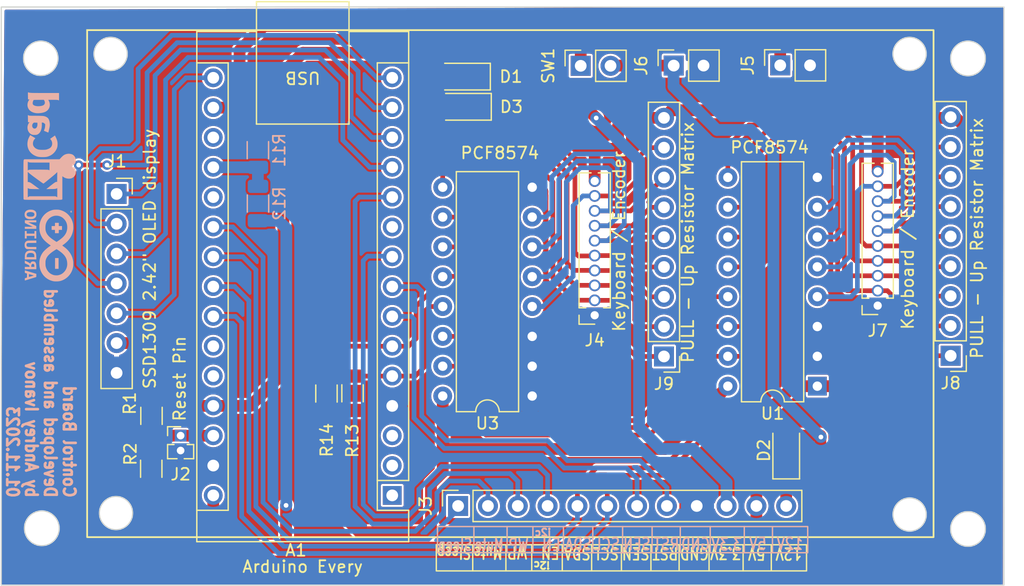
<source format=kicad_pcb>
(kicad_pcb (version 20221018) (generator pcbnew)
  (layers (0 "F.Cu" signal) (31 "B.Cu" signal) (34 "B.Paste" user) (35 "F.Paste" user) (36 "B.SilkS" user "B.Silkscreen") (37 "F.SilkS" user "F.Silkscreen") (38 "B.Mask" user) (39 "F.Mask" user) (44 "Edge.Cuts" user))
  (net 0 "")
  (net 1 "GND")
  (net 2 "+5V")
  (net 3 "ENC_A")
  (net 4 "ENC_B")
  (net 5 "ENC_P")
  (net 6 "SSD1309_CS")
  (net 10 "I2C-SW")
  (net 11 "A_SDA")
  (net 12 "A_SCL")
  (net 13 "A_SEN")
  (net 14 "A_RST")
  (net 15 "Reset")
  (net 18 "SSD1309_DC")
  (net 19 "SSD1309_RST")
  (net 20 "Mute")
  (net 21 "Sleep")
  (net 22 "A0")
  (net 24 "3.3V")
  (net 25 "12V")
  (net 26 "Wp")
  (net 27 "SSD1309_SCL")
  (net 28 "SSD1309_SDA")
  (net 31 "Net-(J4-Pin_2)")
  (net 32 "I2CINT")
  (net 33 "+3V3")
  (net 34 "VCC_5V")
  (net 35 "Net-(J4-Pin_4)")
  (net 36 "Net-(J4-Pin_5)")
  (net 37 "Net-(J4-Pin_6)")
  (net 38 "Net-(J5-Pin_1)")
  (net 39 "+12V")
  (net 40 "Net-(J4-Pin_3)")
  (net 41 "Net-(J4-Pin_7)")
  (net 42 "Net-(J4-Pin_8)")
  (net 43 "Net-(J4-Pin_9)")
  (net 44 "Net-(J7-Pin_2)")
  (net 45 "Net-(J7-Pin_3)")
  (net 46 "Net-(J7-Pin_4)")
  (net 47 "Net-(J7-Pin_5)")
  (net 48 "Net-(J7-Pin_6)")
  (net 49 "I2CINT2")
  (footprint "Resistor_SMD:R_1206_3216Metric" (layer "F.Cu") (at 121.84 115.4775 90)
    (fp_text reference "R13")
    (fp_text value "10k")
  )
  (footprint "Resistor_SMD:R_1206_3216Metric" (layer "F.Cu") (at 104.72 117.3975 -90)
    (fp_text reference "R1")
    (fp_text value "1k")
  )
  (footprint "Resistor_SMD:R_1206_3216Metric" (layer "F.Cu") (at 119.62 115.4975 90)
    (fp_text reference "R14")
    (fp_text value "10k")
  )
  (footprint "Package_DIP:DIP-16_W7.62mm" (layer "F.Cu") (at 161.42 114.87 180)
    (fp_text reference "U1")
    (fp_text value "PCF8574")
  )
  (footprint "Connector_PinSocket_1.27mm:PinSocket_1x10_P1.27mm_Vertical" (layer "F.Cu") (at 142.46 108.83 180)
    (fp_text reference "J4")
    (fp_text value "Conn_01x10_Pin")
  )
  (footprint "Module:Arduino_Nano" (layer "F.Cu") (at 125.22 124.17 180)
    (fp_text reference "A1")
    (fp_text value "Arduino_Nano_Every")
  )
  (footprint "Diode_SMD:D_1206_3216Metric" (layer "F.Cu") (at 131.29 88.51 180)
    (fp_text reference "D1")
    (fp_text value "1N5402")
  )
  (footprint "Diode_SMD:D_1206_3216Metric" (layer "F.Cu") (at 131.37 91.08 180)
    (fp_text reference "D3")
    (fp_text value "1N5402")
  )
  (footprint "Diode_SMD:D_1206_3216Metric" (layer "F.Cu") (at 158.77 120.48 90)
    (fp_text reference "D2")
    (fp_text value "1N5402")
  )
  (footprint "Connector_PinSocket_2.54mm:PinSocket_1x02_P2.54mm_Vertical" (layer "F.Cu") (at 158.26 87.55 90)
    (fp_text reference "J5")
    (fp_text value "Power IN")
  )
  (footprint "Connector_PinHeader_2.54mm:PinHeader_1x09_P2.54mm_Vertical" (layer "F.Cu") (at 172.775 112.28 180)
    (fp_text reference "J8")
    (fp_text value "Conn_01x09_Pin")
  )
  (footprint "Connector_PinHeader_1.27mm:PinHeader_1x02_P1.27mm_Vertical" (layer "F.Cu") (at 107.2 119.08)
    (fp_text reference "J2")
    (fp_text value "Conn_01x02_Pin")
  )
  (footprint "Connector_PinSocket_2.54mm:PinSocket_1x12_P2.54mm_Vertical" (layer "F.Cu") (at 130.83 125.07 90)
    (fp_text reference "J3")
    (fp_text value "Control Bus")
  )
  (footprint "Connector_PinSocket_1.27mm:PinSocket_1x10_P1.27mm_Vertical" (layer "F.Cu") (at 166.56 108.01 180)
    (fp_text reference "J7")
    (fp_text value "Conn_01x10_Pin")
  )
  (footprint "Connector_PinSocket_2.54mm:PinSocket_1x07_P2.54mm_Vertical" (layer "F.Cu") (at 101.75 98.5)
    (fp_text reference "J1")
    (fp_text value "7_pin_2.42_OLED_SSD1309_SPI")
  )
  (footprint "Resistor_SMD:R_1206_3216Metric" (layer "F.Cu") (at 104.7 121.9025 -90)
    (fp_text reference "R2")
    (fp_text value "1k")
  )
  (footprint "Connector_PinSocket_2.54mm:PinSocket_1x02_P2.54mm_Vertical" (layer "F.Cu") (at 149.19 87.57 90)
    (fp_text reference "J6")
    (fp_text value "Power 12V")
  )
  (footprint "Package_DIP:DIP-16_W7.62mm" (layer "F.Cu") (at 137.14 115.71 180)
    (fp_text reference "U3")
    (fp_text value "PCF8574")
  )
  (footprint "Connector_PinHeader_2.54mm:PinHeader_1x09_P2.54mm_Vertical" (layer "F.Cu") (at 148.36 112.34 180)
    (fp_text reference "J9")
    (fp_text value "Conn_01x09_Pin")
  )
  (footprint "Connector_PinSocket_2.54mm:PinSocket_1x02_P2.54mm_Vertical" (layer "F.Cu") (at 141.27 87.59 90)
    (fp_text reference "SW1")
    (fp_text value "SW_SPST")
  )
  (footprint "Resistor_SMD:R_1206_3216Metric" (layer "B.Cu") (at 113.79 99.3175 90)
    (fp_text reference "R12")
    (fp_text value "100k")
  )
  (footprint "Resistor_SMD:R_1206_3216Metric" (layer "B.Cu") (at 113.78 94.7725 90)
    (fp_text reference "R11")
    (fp_text value "10k")
  )
  (gr_line (start 149.75 126.85) (end 149.75 129.05) (stroke (width 0.12)) (layer "B.SilkS"))
  (gr_poly (pts (xy 98.058862 101.268169) (xy 98.055489 101.198732) (xy 98.050401 101.133273) (xy 98.0437 101.074987) (xy 98.039777 101.049532) (xy 98.03549 101.027068) (xy 98.025326 100.982026) (xy 98.014325 100.938134) (xy 98.002459 100.895326) (xy 97.989698 100.853531) (xy 97.976012 100.812683) (xy 97.961371 100.772711) (xy 97.945745 100.733548) (xy 97.929106 100.695126) (xy 97.911422 100.657375) (xy 97.892665 100.620228) (xy 97.872805 100.583615) (xy 97.851812 100.547469) (xy 97.829655 100.511721) (xy 97.806307 100.476302) (xy 97.781736 100.441144) (xy 97.755914 100.406179) (xy 97.71459 100.354052) (xy 97.671345 100.304183) (xy 97.626222 100.256599) (xy 97.579263 100.211324) (xy 97.530511 100.168385) (xy 97.480008 100.127808) (xy 97.427798 100.089618) (xy 97.373922 100.053842) (xy 97.318423 100.020505) (xy 97.261345 99.989632) (xy 97.202729 99.961251) (xy 97.142618 99.935386) (xy 97.081055 99.912063) (xy 97.018083 99.891309) (xy 96.953744 99.873149) (xy 96.888081 99.857609) (xy 96.860361 99.851927) (xy 96.834337 99.847371) (xy 96.808396 99.843827) (xy 96.780924 99.841183) (xy 96.750311 99.839324) (xy 96.714944 99.838138) (xy 96.67321 99.837509) (xy 96.623497 99.837325) (xy 96.553577 99.837958) (xy 96.492432 99.840081) (xy 96.46443 99.841803) (xy 96.437757 99.844022) (xy 96.412125 99.846778) (xy 96.387246 99.850113) (xy 96.362833 99.854068) (xy 96.338597 99.858684) (xy 96.314249 99.864003) (xy 96.289502 99.870067) (xy 96.264068 99.876916) (xy 96.237659 99.884591) (xy 96.180761 99.902589) (xy 96.088435 99.936775) (xy 95.99943 99.976689) (xy 95.913927 100.022128) (xy 95.832104 100.072887) (xy 95.754141 100.128761) (xy 95.680218 100.189548) (xy 95.610515 100.255042) (xy 95.54521 100.32504) (xy 95.484484 100.399337) (xy 95.428516 100.47773) (xy 95.377486 100.560014) (xy 95.331573 100.645985) (xy 95.290957 100.735439) (xy 95.255817 100.828172) (xy 95.226333 100.92398) (xy 95.202685 101.022658) (xy 95.195408 101.060994) (xy 95.189121 101.101391) (xy 95.183822 101.143552) (xy 95.179506 101.187182) (xy 95.176173 101.231985) (xy 95.173818 101.277666) (xy 95.172037 101.370475) (xy 95.174142 101.463243) (xy 95.176645 101.508871) (xy 95.180112 101.553602) (xy 95.184541 101.59714) (xy 95.189927 101.639187) (xy 95.19627 101.679449) (xy 95.203567 101.71763) (xy 95.211484 101.752687) (xy 95.220647 101.788317) (xy 95.230999 101.824391) (xy 95.242483 101.860781) (xy 95.255041 101.897357) (xy 95.268617 101.933989) (xy 95.283154 101.970549) (xy 95.298596 102.006908) (xy 95.314886 102.042936) (xy 95.331965 102.078504) (xy 95.349779 102.113483) (xy 95.36827 102.147744) (xy 95.387381 102.181157) (xy 95.407055 102.213593) (xy 95.427235 102.244924) (xy 95.447865 102.275019) (xy 95.47197 102.307685) (xy 95.499154 102.341713) (xy 95.529188 102.376893) (xy 95.561843 102.413016) (xy 95.59689 102.449873) (xy 95.634102 102.487254) (xy 95.673249 102.524951) (xy 95.714102 102.562754) (xy 95.756434 102.600453) (xy 95.800014 102.63784) (xy 95.844616 102.674704) (xy 95.890009 102.710838) (xy 95.935965 102.746031) (xy 95.982257 102.780074) (xy 96.028654 102.812758) (xy 96.074928 102.843874) (xy 96.087532 102.852397) (xy 96.099361 102.86063) (xy 96.110135 102.868368) (xy 96.11504 102.871986) (xy 96.119576 102.875403) (xy 96.12371 102.878592) (xy 96.127405 102.881528) (xy 96.130628 102.884185) (xy 96.133343 102.886538) (xy 96.135515 102.888559) (xy 96.13711 102.890224) (xy 96.13768 102.890914) (xy 96.138093 102.891506) (xy 96.138343 102.891996) (xy 96.138428 102.892381) (xy 96.138093 102.893255) (xy 96.13711 102.894537) (xy 96.135515 102.896202) (xy 96.133343 102.898223) (xy 96.127405 102.903233) (xy 96.119576 102.909358) (xy 96.110135 102.916393) (xy 96.099361 102.924131) (xy 96.087532 102.932364) (xy 96.074928 102.940887) (xy 96.028645 102.972157) (xy 95.982226 103.004971) (xy 95.935907 103.039116) (xy 95.889926 103.074378) (xy 95.844519 103.110544) (xy 95.799921 103.147402) (xy 95.756371 103.184737) (xy 95.714102 103.222338) (xy 95.673354 103.25999) (xy 95.63436 103.29748) (xy 95.597359 103.334596) (xy 95.562587 103.371125) (xy 95.53028 103.406852) (xy 95.500673 103.441565) (xy 95.474005 103.47505) (xy 95.450511 103.507096) (xy 95.419399 103.553181) (xy 95.39021 103.599536) (xy 95.362925 103.646225) (xy 95.337526 103.69331) (xy 95.313992 103.740855) (xy 95.292304 103.788923) (xy 95.272443 103.837578) (xy 95.254389 103.886883) (xy 95.238123 103.936901) (xy 95.223626 103.987695) (xy 95.210878 104.039329) (xy 95.19986 104.091866) (xy 95.190552 104.14537) (xy 95.182936 104.199903) (xy 95.176991 104.255529) (xy 95.172699 104.312311) (xy 95.170768 104.36083) (xy 95.170811 104.416697) (xy 95.172652 104.47734) (xy 95.176116 104.540183) (xy 95.181027 104.602655) (xy 95.187209 104.662181) (xy 95.194487 104.716188) (xy 95.202685 104.762103) (xy 95.230222 104.875135) (xy 95.265349 104.984187) (xy 95.307781 105.088982) (xy 95.357232 105.189239) (xy 95.413416 105.284681) (xy 95.476048 105.375026) (xy 95.544842 105.459998) (xy 95.619514 105.539316) (xy 95.699777 105.612702) (xy 95.785345 105.679876) (xy 95.875934 105.74056) (xy 95.971258 105.794474) (xy 96.071031 105.841339) (xy 96.174968 105.880877) (xy 96.282783 105.912808) (xy 96.338056 105.925833) (xy 96.394192 105.936853) (xy 96.41146 105.939371) (xy 96.433121 105.941621) (xy 96.458606 105.943581) (xy 96.487347 105.945231) (xy 96.518775 105.946551) (xy 96.552322 105.947519) (xy 96.587418 105.948115) (xy 96.623497 105.948318) (xy 96.640611 105.948033) (xy 96.640611 105.431476) (xy 96.586125 105.430727) (xy 96.53168 105.427704) (xy 96.505136 105.425369) (xy 96.479396 105.4225) (xy 96.454726 105.419109) (xy 96.43139 105.415208) (xy 96.409654 105.410809) (xy 96.389782 105.405922) (xy 96.373155 105.401153) (xy 96.356067 105.395795) (xy 96.338593 105.389882) (xy 96.320811 105.383446) (xy 96.284626 105.369134) (xy 96.24812 105.353116) (xy 96.211903 105.335651) (xy 96.176586 105.316997) (xy 96.159455 105.307306) (xy 96.142777 105.297414) (xy 96.126629 105.287354) (xy 96.111087 105.277158) (xy 96.079873 105.255201) (xy 96.049146 105.231108) (xy 96.019021 105.205035) (xy 95.989614 105.17714) (xy 95.961038 105.147582) (xy 95.933409 105.116517) (xy 95.906841 105.084103) (xy 95.881451 105.050498) (xy 95.857353 105.01586) (xy 95.834662 104.980346) (xy 95.813492 104.944114) (xy 95.79396 104.90732) (xy 95.776179 104.870124) (xy 95.760265 104.832682) (xy 95.746333 104.795153) (xy 95.734497 104.757693) (xy 95.72183 104.713334) (xy 95.712035 104.674845) (xy 95.708106 104.656872) (xy 95.704763 104.639251) (xy 95.701962 104.621608) (xy 95.699661 104.603573) (xy 95.697814 104.584773) (xy 95.696377 104.564836) (xy 95.694562 104.520064) (xy 95.693862 104.466279) (xy 95.693928 104.400505) (xy 95.694047 104.341291) (xy 95.694548 104.294231) (xy 95.69501 104.274458) (xy 95.695649 104.256762) (xy 95.696492 104.240824) (xy 95.697566 104.226321) (xy 95.698898 104.212935) (xy 95.700516 104.200345) (xy 95.702447 104.188231) (xy 95.704718 104.176271) (xy 95.707355 104.164146) (xy 95.710387 104.151535) (xy 95.71774 104.123575) (xy 95.734404 104.068286) (xy 95.754434 104.014389) (xy 95.778035 103.961666) (xy 95.805411 103.909896) (xy 95.836766 103.85886) (xy 95.872305 103.808338) (xy 95.91223 103.758111) (xy 95.956747 103.707959) (xy 96.00606 103.657661) (xy 96.060372 103.607) (xy 96.119889 103.555755) (xy 96.184813 103.503706) (xy 96.255349 103.450634) (xy 96.331701 103.396319) (xy 96.414074 103.340541) (xy 96.502671 103.283082) (xy 96.591747 103.22774) (xy 96.620493 103.210156) (xy 96.629109 103.205043) (xy 96.633199 103.202825) (xy 96.634449 103.202891) (xy 96.636833 103.203724) (xy 96.637608 103.204098) (xy 96.637608 102.5837) (xy 96.633466 102.582028) (xy 96.624686 102.577233) (xy 96.595248 102.559584) (xy 96.503112 102.501238) (xy 96.393778 102.429663) (xy 96.342843 102.395477) (xy 96.299824 102.36586) (xy 96.238067 102.321494) (xy 96.180076 102.277631) (xy 96.125768 102.23417) (xy 96.075066 102.191014) (xy 96.027887 102.148065) (xy 95.984153 102.105224) (xy 95.943783 102.062394) (xy 95.906697 102.019476) (xy 95.872815 101.976372) (xy 95.842057 101.932983) (xy 95.814342 101.889212) (xy 95.789591 101.844961) (xy 95.767724 101.800131) (xy 95.74866 101.754624) (xy 95.73232 101.708341) (xy 95.718622 101.661186) (xy 95.712275 101.63551) (xy 95.707033 101.611218) (xy 95.702763 101.587051) (xy 95.69933 101.561747) (xy 95.696599 101.534045) (xy 95.694438 101.502684) (xy 95.69271 101.466404) (xy 95.691282 101.423943) (xy 95.690461 101.372719) (xy 95.690998 101.323463) (xy 95.692927 101.276037) (xy 95.696284 101.230301) (xy 95.701104 101.186115) (xy 95.707421 101.14334) (xy 95.71527 101.101836) (xy 95.724686 101.061464) (xy 95.735704 101.022084) (xy 95.748359 100.983556) (xy 95.762685 100.945742) (xy 95.778719 100.908502) (xy 95.796493 100.871695) (xy 95.816044 100.835183) (xy 95.837407 100.798826) (xy 95.860615 100.762485) (xy 95.887387 100.72428) (xy 95.915747 100.687735) (xy 95.945653 100.652877) (xy 95.97706 100.619734) (xy 96.009924 100.588332) (xy 96.044201 100.558698) (xy 96.079848 100.530861) (xy 96.11682 100.504847) (xy 96.155074 100.480682) (xy 96.194566 100.458395) (xy 96.235251 100.438012) (xy 96.277086 100.41956) (xy 96.320027 100.403067) (xy 96.36403 100.388559) (xy 96.409051 100.376065) (xy 96.455046 100.36561) (xy 96.476557 100.36167) (xy 96.499599 100.358444) (xy 96.523947 100.35592) (xy 96.549372 100.354089) (xy 96.575651 100.35294) (xy 96.602556 100.352463) (xy 96.629862 100.352647) (xy 96.657342 100.353483) (xy 96.68477 100.354959) (xy 96.711921 100.357066) (xy 96.738567 100.359792) (xy 96.764484 100.363129) (xy 96.789445 100.367065) (xy 96.813224 100.37159) (xy 96.835594 100.376694) (xy 96.856331 100.382366) (xy 96.887408 100.392097) (xy 96.91751 100.402461) (xy 96.946695 100.413492) (xy 96.975021 100.425223) (xy 97.002546 100.437688) (xy 97.029328 100.45092) (xy 97.055425 100.464953) (xy 97.080896 100.479821) (xy 97.105798 100.495557) (xy 97.13019 100.512195) (xy 97.15413 100.529768) (xy 97.177675 100.54831) (xy 97.200885 100.567854) (xy 97.223817 100.588435) (xy 97.24653 100.610085) (xy 97.269081 100.632839) (xy 97.294259 100.659867) (xy 97.318203 100.687383) (xy 97.340919 100.715398) (xy 97.362415 100.743922) (xy 97.382697 100.772969) (xy 97.40177 100.802549) (xy 97.419642 100.832675) (xy 97.436319 100.863357) (xy 97.451808 100.894608) (xy 97.466114 100.926438) (xy 97.479245 100.958861) (xy 97.491207 100.991887) (xy 97.502005 101.025527) (xy 97.511648 101.059795) (xy 97.520141 101.0947) (xy 97.52749 101.130255) (xy 97.533268 101.166537) (xy 97.537991 101.207026) (xy 97.541598 101.250387) (xy 97.544027 101.295289) (xy 97.545215 101.340397) (xy 97.545102 101.384379) (xy 97.543624 101.425901) (xy 97.540719 101.46363) (xy 97.530738 101.537753) (xy 97.516554 101.609465) (xy 97.497995 101.679001) (xy 97.474891 101.746597) (xy 97.447068 101.812487) (xy 97.414355 101.876907) (xy 97.376581 101.940093) (xy 97.333573 102.002278) (xy 97.28516 102.063698) (xy 97.231169 102.124589) (xy 97.17143 102.185185) (xy 97.105769 102.245722) (xy 97.034016 102.306435) (xy 96.955999 102.367558) (xy 96.871545 102.429327) (xy 96.780483 102.491978) (xy 96.726533 102.527517) (xy 96.681595 102.55669) (xy 96.663979 102.567933) (xy 96.650383 102.576438) (xy 96.641396 102.58182) (xy 96.638816 102.583222) (xy 96.637608 102.5837) (xy 96.637608 103.204098) (xy 96.644747 103.207538) (xy 96.656422 103.213956) (xy 96.671343 103.222669) (xy 96.688992 103.233366) (xy 96.708853 103.245737) (xy 96.730409 103.259472) (xy 96.753143 103.274262) (xy 96.841116 103.33381) (xy 96.922926 103.392217) (xy 96.998754 103.449707) (xy 97.068783 103.506503) (xy 97.133194 103.562829) (xy 97.192171 103.618908) (xy 97.245894 103.674964) (xy 97.294547 103.73122) (xy 97.338311 103.7879) (xy 97.377369 103.845227) (xy 97.411902 103.903424) (xy 97.442093 103.962716) (xy 97.468125 104.023326) (xy 97.490178 104.085477) (xy 97.508436 104.149393) (xy 97.523081 104.215297) (xy 97.526738 104.235384) (xy 97.530095 104.256807) (xy 97.535869 104.302803) (xy 97.54032 104.351568) (xy 97.543365 104.401387) (xy 97.544923 104.450545) (xy 97.544909 104.497326) (xy 97.543241 104.540015) (xy 97.541762 104.559288) (xy 97.539837 104.576894) (xy 97.533553 104.621555) (xy 97.525614 104.665254) (xy 97.516019 104.708003) (xy 97.504766 104.749811) (xy 97.491855 104.790688) (xy 97.477283 104.830646) (xy 97.46105 104.869695) (xy 97.443154 104.907844) (xy 97.423595 104.945104) (xy 97.40237 104.981486) (xy 97.379478 105.017) (xy 97.354919 105.051656) (xy 97.32869 105.085464) (xy 97.300791 105.118436) (xy 97.27122 105.15058) (xy 97.239976 105.181908) (xy 97.214915 105.20524) (xy 97.189635 105.227299) (xy 97.164084 105.248115) (xy 97.138208 105.267719) (xy 97.111956 105.286138) (xy 97.085273 105.303405) (xy 97.058107 105.319547) (xy 97.030404 105.334595) (xy 97.002113 105.348578) (xy 96.97318 105.361527) (xy 96.943551 105.37347) (xy 96.913175 105.384438) (xy 96.881997 105.394461) (xy 96.849966 105.403567) (xy 96.817027 105.411788) (xy 96.783129 105.419151) (xy 96.763102 105.422791) (xy 96.741232 105.425781) (xy 96.717782 105.428133) (xy 96.693019 105.429859) (xy 96.667207 105.430969) (xy 96.640611 105.431476) (xy 96.640611 105.948033) (xy 96.690503 105.947202) (xy 96.751586 105.944349) (xy 96.780356 105.942194) (xy 96.808184 105.939512) (xy 96.835249 105.936272) (xy 96.861733 105.932443) (xy 96.887813 105.927994) (xy 96.913669 105.922893) (xy 96.939482 105.917111) (xy 96.96543 105.910615) (xy 96.991693 105.903375) (xy 97.018452 105.89536) (xy 97.045884 105.886539) (xy 97.074171 105.87688) (xy 97.156961 105.845097) (xy 97.237506 105.808115) (xy 97.315586 105.766168) (xy 97.390982 105.719495) (xy 97.463473 105.668331) (xy 97.532841 105.612912) (xy 97.598865 105.553476) (xy 97.661325 105.490258) (xy 97.720004 105.423495) (xy 97.774679 105.353424) (xy 97.825133 105.280281) (xy 97.871146 105.204301) (xy 97.912497 105.125723) (xy 97.948967 105.044781) (xy 97.980337 104.961713) (xy 98.006386 104.876755) (xy 98.013824 104.848328) (xy 98.021407 104.816852) (xy 98.028865 104.78366) (xy 98.035931 104.750086) (xy 98.042336 104.717463) (xy 98.04781 104.687124) (xy 98.052085 104.660402) (xy 98.054893 104.63863) (xy 98.057384 104.60481) (xy 98.058945 104.558401) (xy 98.059637 104.5036) (xy 98.059523 104.444603) (xy 98.058665 104.385605) (xy 98.057125 104.330804) (xy 98.054965 104.284395) (xy 98.052247 104.250575) (xy 98.037504 104.153818) (xy 98.017724 104.059308) (xy 97.992875 103.966997) (xy 97.962923 103.876837) (xy 97.927834 103.78878) (xy 97.887575 103.702779) (xy 97.842112 103.618785) (xy 97.791412 103.536751) (xy 97.735441 103.456629) (xy 97.674165 103.378371) (xy 97.607551 103.30193) (xy 97.535566 103.227257) (xy 97.458175 103.154306) (xy 97.375345 103.083027) (xy 97.287042 103.013373) (xy 97.193233 102.945297) (xy 97.179718 102.935535) (xy 97.167133 102.926239) (xy 97.155747 102.917624) (xy 97.145829 102.909909) (xy 97.137647 102.90331) (xy 97.134291 102.900497) (xy 97.13147 102.898044) (xy 97.129217 102.895979) (xy 97.127566 102.894329) (xy 97.126551 102.89312) (xy 97.126293 102.89269) (xy 97.126206 102.892381) (xy 97.126551 102.891641) (xy 97.127566 102.890432) (xy 97.13147 102.886717) (xy 97.137647 102.881451) (xy 97.145829 102.874852) (xy 97.155747 102.867136) (xy 97.167133 102.858522) (xy 97.179718 102.849225) (xy 97.193233 102.839464) (xy 97.287953 102.770755) (xy 97.37701 102.700516) (xy 97.460448 102.628686) (xy 97.538308 102.555202) (xy 97.610634 102.480002) (xy 97.677467 102.403025) (xy 97.738852 102.324208) (xy 97.79483 102.24349) (xy 97.845444 102.160807) (xy 97.890736 102.076099) (xy 97.93075 101.989303) (xy 97.965527 101.900358) (xy 97.995111 101.809201) (xy 98.019545 101.71577) (xy 98.03887 101.620003) (xy 98.053129 101.521838) (xy 98.055664 101.496428) (xy 98.057653 101.468421) (xy 98.060047 101.406207) (xy 98.060416 101.338392)) (fill solid) (layer "B.SilkS"))
  (gr_poly (pts (xy 96.826344 101.234325) (xy 96.826344 100.960922) (xy 96.500025 100.960922) (xy 96.500025 101.234325) (xy 96.217803 101.234325) (xy 96.217803 101.560644) (xy 96.500025 101.560644) (xy 96.500025 101.842866) (xy 96.826344 101.842866) (xy 96.826344 101.560644) (xy 97.099747 101.560644) (xy 97.099747 101.234325)) (fill solid) (layer "B.SilkS"))
  (gr_poly (pts (xy 96.508844 103.959533) (xy 96.508844 104.876755) (xy 96.808706 104.876755) (xy 96.808706 103.959533)) (fill solid) (layer "B.SilkS"))
  (gr_poly (pts (xy 94.430101 105.156332) (xy 94.086364 105.051932) (xy 93.980393 105.020278) (xy 93.950899 105.011795) (xy 93.93974 105.009047) (xy 93.939415 105.009188) (xy 93.9391 105.009606) (xy 93.938502 105.011247) (xy 93.937439 105.01755) (xy 93.936562 105.027511) (xy 93.935882 105.040687) (xy 93.935408 105.056632) (xy 93.935151 105.074904) (xy 93.935122 105.095056) (xy 93.935331 105.116644) (xy 93.937977 105.225123) (xy 94.028817 105.251582) (xy 94.118775 105.277158) (xy 94.117011 105.449137) (xy 94.114365 105.621998) (xy 94.024407 105.648457) (xy 93.933567 105.674915) (xy 93.933567 105.774575) (xy 93.93359 105.790663) (xy 93.93367 105.80493) (xy 93.933823 105.817475) (xy 93.933931 105.823134) (xy 93.934063 105.828401) (xy 93.934221 105.833288) (xy 93.934406 105.837807) (xy 93.934622 105.841972) (xy 93.934869 105.845795) (xy 93.93515 105.849289) (xy 93.935466 105.852465) (xy 93.935819 105.855338) (xy 93.936213 105.857919) (xy 93.936647 105.86022) (xy 93.937125 105.862256) (xy 93.937648 105.864037) (xy 93.938218 105.865577) (xy 93.938521 105.866261) (xy 93.938837 105.866889) (xy 93.939165 105.867462) (xy 93.939507 105.867984) (xy 93.939862 105.868455) (xy 93.94023 105.868876) (xy 93.940612 105.869249) (xy 93.941008 105.869577) (xy 93.941418 105.86986) (xy 93.941843 105.8701) (xy 93.942282 105.870298) (xy 93.942737 105.870457) (xy 93.943206 105.870577) (xy 93.943691 105.870661) (xy 93.944192 105.870709) (xy 93.944708 105.870724) (xy 93.94579 105.87066) (xy 93.946938 105.87048) (xy 93.948155 105.870197) (xy 93.949442 105.869825) (xy 94.281935 105.767991) (xy 94.281935 105.570846) (xy 94.279289 105.451783) (xy 94.279039 105.42785) (xy 94.278944 105.405343) (xy 94.278994 105.38478) (xy 94.279179 105.366676) (xy 94.279487 105.351548) (xy 94.279909 105.339914) (xy 94.280434 105.33229) (xy 94.280733 105.330143) (xy 94.281053 105.329193) (xy 94.282606 105.329012) (xy 94.286202 105.329444) (xy 94.299091 105.332032) (xy 94.344663 105.343304) (xy 94.410905 105.361191) (xy 94.490956 105.383873) (xy 94.570992 105.407176) (xy 94.637138 105.426758) (xy 94.682448 105.440552) (xy 94.695119 105.444633) (xy 94.699976 105.446492) (xy 94.700018 105.446587) (xy 94.699979 105.446708) (xy 94.699663 105.44702) (xy 94.699042 105.447424) (xy 94.69813 105.447911) (xy 94.695481 105.449112) (xy 94.691818 105.450571) (xy 94.687247 105.452236) (xy 94.681869 105.454057) (xy 94.675788 105.455981) (xy 94.669108 105.457957) (xy 94.458324 105.518811) (xy 94.281935 105.570846) (xy 94.281935 105.767991) (xy 94.427456 105.723422) (xy 94.901942 105.577901) (xy 94.903369 105.577005) (xy 94.904675 105.575278) (xy 94.905866 105.572675) (xy 94.906944 105.569151) (xy 94.907914 105.56466) (xy 94.908779 105.559158) (xy 94.91021 105.544939) (xy 94.911269 105.52613) (xy 94.911987 105.502371) (xy 94.912396 105.4733) (xy 94.912525 105.438554) (xy 94.912525 105.303617)) (fill solid) (layer "B.SilkS"))
  (gr_poly (pts (xy 95.633917 89.903819) (xy 95.231002 89.903557) (xy 94.920506 89.902386) (xy 94.795568 89.901278) (xy 94.688517 89.899726) (xy 94.597615 89.897657) (xy 94.521123 89.894999) (xy 94.457303 89.89168) (xy 94.404414 89.887627) (xy 94.381526 89.885303) (xy 94.360718 89.882768) (xy 94.341775 89.880013) (xy 94.324477 89.87703) (xy 94.308609 89.873809) (xy 94.293952 89.870341) (xy 94.280289 89.866618) (xy 94.267402 89.862629) (xy 94.243091 89.853822) (xy 94.219278 89.843847) (xy 94.215203 89.842776) (xy 94.211568 89.843054) (xy 94.208356 89.844955) (xy 94.205553 89.848752) (xy 94.203142 89.85472) (xy 94.201108 89.863132) (xy 94.199437 89.874262) (xy 94.198111 89.888385) (xy 94.196437 89.926701) (xy 94.195961 89.980272) (xy 94.196561 90.05129) (xy 94.198111 90.141944) (xy 94.203403 90.450624) (xy 94.326875 90.450624) (xy 94.293362 90.498249) (xy 94.266699 90.538865) (xy 94.242942 90.580584) (xy 94.222106 90.623269) (xy 94.204202 90.666783) (xy 94.189244 90.71099) (xy 94.177244 90.755753) (xy 94.168216 90.800934) (xy 94.162172 90.846396) (xy 94.159125 90.892004) (xy 94.159089 90.937619) (xy 94.162075 90.983105) (xy 94.168097 91.028325) (xy 94.177169 91.073142) (xy 94.189302 91.117419) (xy 94.20451 91.161019) (xy 94.222806 91.203805) (xy 94.250508 91.255629) (xy 94.283191 91.304536) (xy 94.320629 91.35042) (xy 94.362594 91.393175) (xy 94.408858 91.432695) (xy 94.459194 91.468874) (xy 94.513375 91.501606) (xy 94.571174 91.530786) (xy 94.632362 91.556306) (xy 94.696713 91.578063) (xy 94.763999 91.595948) (xy 94.833993 91.609857) (xy 94.906468 91.619684) (xy 94.981195 91.625322) (xy 95.057948 91.626666) (xy 95.071788 91.626128) (xy 95.071788 91.028546) (xy 95.033292 91.027864) (xy 94.995747 91.026) (xy 94.959484 91.022923) (xy 94.924834 91.018597) (xy 94.897436 91.01422) (xy 94.870852 91.009051) (xy 94.845152 91.003121) (xy 94.820406 90.996466) (xy 94.796682 90.989118) (xy 94.774052 90.981111) (xy 94.752584 90.972479) (xy 94.732349 90.963255) (xy 94.713416 90.953473) (xy 94.695855 90.943166) (xy 94.679736 90.932369) (xy 94.672239 90.926797) (xy 94.665128 90.921114) (xy 94.658413 90.915326) (xy 94.652102 90.909436) (xy 94.646204 90.903448) (xy 94.640727 90.897367) (xy 94.63568 90.891197) (xy 94.631072 90.884942) (xy 94.626912 90.878606) (xy 94.623208 90.872194) (xy 94.617459 90.859389) (xy 94.612766 90.844919) (xy 94.609112 90.828975) (xy 94.606479 90.811753) (xy 94.604848 90.793445) (xy 94.604202 90.774246) (xy 94.604522 90.754349) (xy 94.60579 90.733949) (xy 94.607988 90.713238) (xy 94.611099 90.692411) (xy 94.615103 90.671662) (xy 94.619984 90.651184) (xy 94.625722 90.631171) (xy 94.6323 90.611817) (xy 94.6397 90.593315) (xy 94.647903 90.57586) (xy 94.688473 90.494722) (xy 95.124153 90.489431) (xy 95.55807 90.485902) (xy 95.595111 90.556458) (xy 95.603003 90.572595) (xy 95.610142 90.588589) (xy 95.616532 90.60443) (xy 95.622176 90.620109) (xy 95.627075 90.635619) (xy 95.631233 90.650948) (xy 95.634652 90.666089) (xy 95.637334 90.681032) (xy 95.639283 90.695769) (xy 95.6405 90.71029) (xy 95.640989 90.724586) (xy 95.640752 90.738648) (xy 95.639791 90.752467) (xy 95.638109 90.766035) (xy 95.635709 90.779341) (xy 95.632594 90.792378) (xy 95.628765 90.805135) (xy 95.624226 90.817604) (xy 95.618978 90.829777) (xy 95.613026 90.841643) (xy 95.60637 90.853193) (xy 95.599014 90.86442) (xy 95.590961 90.875313) (xy 95.582213 90.885864) (xy 95.572772 90.896063) (xy 95.562641 90.905902) (xy 95.551823 90.915372) (xy 95.54032 90.924463) (xy 95.528136 90.933166) (xy 95.515271 90.941473) (xy 95.50173 90.949374) (xy 95.487514 90.956861) (xy 95.463405 90.967728) (xy 95.436279 90.977817) (xy 95.406465 90.987095) (xy 95.374294 90.995528) (xy 95.340098 91.003083) (xy 95.304207 91.009725) (xy 95.266952 91.015422) (xy 95.228663 91.02014) (xy 95.189672 91.023845) (xy 95.150308 91.026503) (xy 95.110903 91.028082) (xy 95.071788 91.028546) (xy 95.071788 91.626128) (xy 95.1365 91.62361) (xy 95.200027 91.618958) (xy 95.260989 91.61293) (xy 95.319423 91.605518) (xy 95.375369 91.596711) (xy 95.428866 91.586498) (xy 95.479952 91.574869) (xy 95.528666 91.561814) (xy 95.575047 91.547322) (xy 95.619133 91.531383) (xy 95.660964 91.513987) (xy 95.700578 91.495124) (xy 95.738014 91.474782) (xy 95.77331 91.452952) (xy 95.806506 91.429624) (xy 95.83764 91.404786) (xy 95.86675 91.37843) (xy 95.903598 91.339053) (xy 95.936723 91.297157) (xy 95.966081 91.252992) (xy 95.991628 91.206809) (xy 96.01332 91.158859) (xy 96.031112 91.109392) (xy 96.044962 91.058659) (xy 96.054825 91.006911) (xy 96.060657 90.954397) (xy 96.062414 90.90137) (xy 96.060053 90.848079) (xy 96.053529 90.794776) (xy 96.042799 90.74171) (xy 96.027819 90.689132) (xy 96.008544 90.637293) (xy 95.984931 90.586444) (xy 95.932014 90.485902) (xy 96.332417 90.485902) (xy 96.442326 90.486171) (xy 96.532701 90.48706) (xy 96.571229 90.487775) (xy 96.605671 90.488693) (xy 96.636295 90.489827) (xy 96.663366 90.491194) (xy 96.687151 90.492809) (xy 96.707915 90.494687) (xy 96.725925 90.496845) (xy 96.741446 90.499297) (xy 96.754745 90.502059) (xy 96.766089 90.505147) (xy 96.775742 90.508575) (xy 96.783972 90.512361) (xy 96.793849 90.517549) (xy 96.803458 90.522448) (xy 96.812529 90.526933) (xy 96.820793 90.530881) (xy 96.827983 90.534168) (xy 96.83383 90.536669) (xy 96.836165 90.537586) (xy 96.838064 90.538261) (xy 96.839492 90.538677) (xy 96.840417 90.538819) (xy 96.841077 90.537172) (xy 96.841733 90.532339) (xy 96.843007 90.513766) (xy 96.845267 90.445553) (xy 96.846866 90.344598) (xy 96.847472 90.221319) (xy 96.847472 89.903819)) (fill solid) (layer "B.SilkS"))
  (gr_line (start 147.35 126.85) (end 147.35 129.05) (stroke (width 0.12)) (layer "B.SilkS"))
  (gr_line (start 152.3 126.825) (end 152.3 129.025) (stroke (width 0.12)) (layer "B.SilkS"))
  (gr_poly (pts (xy 97.946377 99.955452) (xy 97.946204 99.952299) (xy 97.945798 99.949547) (xy 97.945063 99.947168) (xy 97.944543 99.94611) (xy 97.943905 99.945135) (xy 97.943138 99.94424) (xy 97.942228 99.943422) (xy 97.941165 99.942676) (xy 97.939936 99.942) (xy 97.936933 99.940843) (xy 97.933124 99.939924) (xy 97.928413 99.939215) (xy 97.922705 99.93869) (xy 97.915904 99.938321) (xy 97.898641 99.937944) (xy 97.875858 99.937867) (xy 97.865764 99.937899) (xy 97.856621 99.938001) (xy 97.848387 99.938181) (xy 97.844598 99.938302) (xy 97.841022 99.938445) (xy 97.837651 99.938612) (xy 97.834483 99.938803) (xy 97.831511 99.939019) (xy 97.828729 99.939262) (xy 97.826134 99.939531) (xy 97.82372 99.939829) (xy 97.821482 99.940156) (xy 97.819414 99.940512) (xy 97.817511 99.9409) (xy 97.815769 99.94132) (xy 97.814182 99.941772) (xy 97.812744 99.942259) (xy 97.811451 99.94278) (xy 97.810298 99.943338) (xy 97.809279 99.943932) (xy 97.80839 99.944564) (xy 97.807624 99.945234) (xy 97.807286 99.945585) (xy 97.806977 99.945945) (xy 97.806697 99.946315) (xy 97.806444 99.946696) (xy 97.806218 99.947087) (xy 97.806019 99.947489) (xy 97.805698 99.948324) (xy 97.805475 99.949203) (xy 97.805345 99.950126) (xy 97.805303 99.951096) (xy 97.805429 99.952843) (xy 97.80582 99.954451) (xy 97.806489 99.955925) (xy 97.807453 99.957269) (xy 97.808726 99.95849) (xy 97.810326 99.959591) (xy 97.812266 99.960579) (xy 97.814563 99.961458) (xy 97.817232 99.962234) (xy 97.820289 99.962912) (xy 97.823749 99.963497) (xy 97.827627 99.963994) (xy 97.83194 99.964408) (xy 97.836702 99.964745) (xy 97.841929 99.965009) (xy 97.847636 99.965207) (xy 97.889087 99.966089) (xy 97.847636 99.9802) (xy 97.84251 99.981864) (xy 97.837714 99.983547) (xy 97.83325 99.985248) (xy 97.829115 99.986966) (xy 97.825312 99.9887) (xy 97.823534 99.989572) (xy 97.821839 99.990447) (xy 97.820227 99.991326) (xy 97.818697 99.992208) (xy 97.81725 99.993093) (xy 97.815886 99.99398) (xy 97.814605 99.99487) (xy 97.813406 99.995763) (xy 97.812289 99.996658) (xy 97.811256 99.997554) (xy 97.810305 99.998453) (xy 97.809437 99.999354) (xy 97.808651 100.000256) (xy 97.807949 100.00116) (xy 97.807328 100.002065) (xy 97.806791 100.002971) (xy 97.806336 100.003878) (xy 97.805964 100.004786) (xy 97.805675 100.005694) (xy 97.805468 100.006603) (xy 97.805344 100.007513) (xy 97.805303 100.008422) (xy 97.805468 100.010241) (xy 97.805964 100.012058) (xy 97.806791 100.013873) (xy 97.807949 100.015684) (xy 97.809437 100.01749) (xy 97.811256 100.01929) (xy 97.813406 100.021081) (xy 97.815886 100.022864) (xy 97.818697 100.024636) (xy 97.821839 100.026397) (xy 97.825312 100.028145) (xy 97.829115 100.029878) (xy 97.83325 100.031596) (xy 97.837714 100.033297) (xy 97.84251 100.034981) (xy 97.847636 100.036644) (xy 97.889087 100.050755) (xy 97.847636 100.051637) (xy 97.841929 100.051834) (xy 97.836702 100.052099) (xy 97.834263 100.052258) (xy 97.83194 100.052435) (xy 97.829728 100.052633) (xy 97.827627 100.05285) (xy 97.825635 100.053088) (xy 97.823749 100.053347) (xy 97.821968 100.053628) (xy 97.820289 100.053932) (xy 97.818711 100.054258) (xy 97.817232 100.054609) (xy 97.81585 100.054985) (xy 97.814563 100.055385) (xy 97.813369 100.055812) (xy 97.812266 100.056265) (xy 97.811252 100.056745) (xy 97.810326 100.057253) (xy 97.809484 100.057789) (xy 97.808726 100.058354) (xy 97.80805 100.058949) (xy 97.807453 100.059575) (xy 97.806933 100.060231) (xy 97.806489 100.060919) (xy 97.806118 100.06164) (xy 97.80582 100.062393) (xy 97.805591 100.06318) (xy 97.805429 100.064001) (xy 97.805334 100.064857) (xy 97.805303 100.065749) (xy 97.805475 100.067641) (xy 97.806019 100.069356) (xy 97.806977 100.070899) (xy 97.80839 100.072281) (xy 97.810298 100.073507) (xy 97.812744 100.074585) (xy 97.815769 100.075524) (xy 97.819414 100.076332) (xy 97.82372 100.077015) (xy 97.828729 100.077582) (xy 97.834483 100.078041) (xy 97.841022 100.078399) (xy 97.856621 100.078843) (xy 97.875858 100.078978) (xy 97.898641 100.078935) (xy 97.907915 100.078832) (xy 97.915904 100.078633) (xy 97.919447 100.078487) (xy 97.922705 100.078305) (xy 97.92569 100.078082) (xy 97.928413 100.077815) (xy 97.930887 100.077499) (xy 97.933124 100.077131) (xy 97.935135 100.076707) (xy 97.936933 100.076221) (xy 97.938529 100.075672) (xy 97.939936 100.075053) (xy 97.941165 100.074362) (xy 97.942228 100.073595) (xy 97.943138 100.072746) (xy 97.943905 100.071813) (xy 97.944543 100.070791) (xy 97.945063 100.069676) (xy 97.945478 100.068464) (xy 97.945798 100.067151) (xy 97.946036 100.065733) (xy 97.946204 100.064207) (xy 97.946314 100.062567) (xy 97.946377 100.06081) (xy 97.946414 100.056929) (xy 97.946336 100.053752) (xy 97.94608 100.050823) (xy 97.945612 100.048118) (xy 97.944898 100.045615) (xy 97.944439 100.044433) (xy 97.943905 100.043294) (xy 97.943294 100.042194) (xy 97.9426 100.041132) (xy 97.94182 100.040103) (xy 97.940949 100.039106) (xy 97.939983 100.038138) (xy 97.938917 100.037196) (xy 97.936473 100.035378) (xy 97.933581 100.033632) (xy 97.930209 100.031934) (xy 97.926322 100.030264) (xy 97.921888 100.028599) (xy 97.916872 100.026917) (xy 97.911242 100.025197) (xy 97.904963 100.023415) (xy 97.897223 100.021053) (xy 97.890547 100.018904) (xy 97.884943 100.016933) (xy 97.88042 100.015106) (xy 97.876987 100.013387) (xy 97.875683 100.012557) (xy 97.874654 100.011741) (xy 97.873903 100.010935) (xy 97.87343 100.010135) (xy 97.873236 100.009335) (xy 97.873323 100.008532) (xy 97.873691 100.007721) (xy 97.874342 100.006899) (xy 97.875277 100.006059) (xy 97.876497 100.005199) (xy 97.878004 100.004314) (xy 97.879797 100.003399) (xy 97.884251 100.001463) (xy 97.889867 99.999356) (xy 97.896655 99.997044) (xy 97.913782 99.991665) (xy 97.918363 99.990029) (xy 97.922527 99.988418) (xy 97.926291 99.986814) (xy 97.929671 99.985202) (xy 97.931222 99.984387) (xy 97.932684 99.983564) (xy 97.934058 99.98273) (xy 97.935347 99.981883) (xy 97.936552 99.981021) (xy 97.937676 99.980142) (xy 97.938721 99.979244) (xy 97.939689 99.978326) (xy 97.940582 99.977383) (xy 97.941402 99.976416) (xy 97.942152 99.975421) (xy 97.942833 99.974396) (xy 97.943447 99.97334) (xy 97.943997 99.97225) (xy 97.944485 99.971125) (xy 97.944912 99.969961) (xy 97.945281 99.968757) (xy 97.945594 99.967511) (xy 97.945853 99.966221) (xy 97.946061 99.964884) (xy 97.946218 99.963499) (xy 97.946328 99.962064) (xy 97.946414 99.959033)) (fill solid) (layer "B.SilkS"))
  (gr_line (start 132.175 126.825) (end 132.175 129.025) (stroke (width 0.12)) (layer "B.SilkS"))
  (gr_line (start 155.2 126.825) (end 155.2 129.025) (stroke (width 0.12)) (layer "B.SilkS"))
  (gr_poly (pts (xy 94.588851 103.015853) (xy 94.458434 103.015095) (xy 94.343891 103.013097) (xy 94.296397 103.011762) (xy 94.257461 103.010272) (xy 94.228612 103.008678) (xy 94.211379 103.007033) (xy 94.194952 103.003896) (xy 94.179717 103.000086) (xy 94.165648 102.995571) (xy 94.159041 102.993038) (xy 94.152716 102.990318) (xy 94.146669 102.987404) (xy 94.140896 102.984294) (xy 94.135394 102.980984) (xy 94.130159 102.977469) (xy 94.125189 102.973745) (xy 94.12048 102.969809) (xy 94.116028 102.965656) (xy 94.11183 102.961282) (xy 94.107882 102.956684) (xy 94.104182 102.951856) (xy 94.100726 102.946796) (xy 94.09751 102.941499) (xy 94.094531 102.935961) (xy 94.091786 102.930178) (xy 94.089272 102.924145) (xy 94.086984 102.91786) (xy 94.084919 102.911318) (xy 94.083075 102.904515) (xy 94.080033 102.890108) (xy 94.077831 102.874609) (xy 94.076442 102.857985) (xy 94.075771 102.84282) (xy 94.075678 102.83552) (xy 94.075747 102.828405) (xy 94.07598 102.821473) (xy 94.076378 102.814724) (xy 94.07694 102.808153) (xy 94.077668 102.801761) (xy 94.078563 102.795544) (xy 94.079625 102.7895) (xy 94.080856 102.783629) (xy 94.082255 102.777927) (xy 94.083825 102.772394) (xy 94.085565 102.767026) (xy 94.087477 102.761823) (xy 94.089561 102.756781) (xy 94.091818 102.7519) (xy 94.094249 102.747177) (xy 94.096855 102.742611) (xy 94.099636 102.738199) (xy 94.102594 102.733939) (xy 94.105728 102.72983) (xy 94.109041 102.725869) (xy 94.112533 102.722055) (xy 94.116204 102.718385) (xy 94.120055 102.714859) (xy 94.124088 102.711473) (xy 94.128303 102.708226) (xy 94.1327 102.705116) (xy 94.137281 102.702141) (xy 94.142047 102.699299) (xy 94.146998 102.696588) (xy 94.160335 102.689888) (xy 94.174985 102.68482) (xy 94.195568 102.681117) (xy 94.226703 102.678509) (xy 94.27301 102.676728) (xy 94.339109 102.675505) (xy 94.549164 102.673658) (xy 94.912525 102.671012) (xy 94.912525 102.468165) (xy 94.553574 102.470811) (xy 94.437657 102.47176) (xy 94.34888 102.472782) (xy 94.31328 102.473394) (xy 94.282799 102.474113) (xy 94.256882 102.474969) (xy 94.234971 102.475992) (xy 94.216513 102.477212) (xy 94.200951 102.478657) (xy 94.18773 102.480359) (xy 94.181824 102.481314) (xy 94.176294 102.482345) (xy 94.166089 102.484647) (xy 94.156557 102.487294) (xy 94.147145 102.490316) (xy 94.137296 102.493742) (xy 94.109521 102.504776) (xy 94.083725 102.517074) (xy 94.059882 102.530675) (xy 94.037967 102.545625) (xy 94.017954 102.561964) (xy 93.999816 102.579736) (xy 93.983528 102.598984) (xy 93.969065 102.619749) (xy 93.9564 102.642075) (xy 93.945508 102.666005) (xy 93.936362 102.69158) (xy 93.928937 102.718844) (xy 93.923207 102.747839) (xy 93.919146 102.778608) (xy 93.916728 102.811193) (xy 93.915928 102.845637) (xy 93.916272 102.871908) (xy 93.91732 102.89685) (xy 93.919091 102.920518) (xy 93.921605 102.942968) (xy 93.924885 102.964255) (xy 93.92895 102.984435) (xy 93.933822 103.003563) (xy 93.93952 103.021695) (xy 93.946065 103.038887) (xy 93.953479 103.055194) (xy 93.961782 103.070671) (xy 93.970994 103.085375) (xy 93.981136 103.09936) (xy 93.99223 103.112682) (xy 94.004294 103.125397) (xy 94.017351 103.137561) (xy 94.043198 103.159692) (xy 94.055301 103.16866) (xy 94.067856 103.176366) (xy 94.081616 103.182916) (xy 94.097331 103.18841) (xy 94.115751 103.192955) (xy 94.137627 103.196651) (xy 94.163709 103.199604) (xy 94.194748 103.201915) (xy 94.2747 103.20503) (xy 94.383487 103.206821) (xy 94.527115 103.208117) (xy 94.912525 103.210762) (xy 94.912525 103.015853)) (fill solid) (layer "B.SilkS"))
  (gr_poly (pts (xy 94.753775 101.657658) (xy 94.753775 101.878144) (xy 94.092316 101.878144) (xy 94.092316 101.657658) (xy 93.933567 101.657658) (xy 93.933567 102.292658) (xy 94.092316 102.292658) (xy 94.092316 102.072172) (xy 94.753775 102.072172) (xy 94.753775 102.292658) (xy 94.912525 102.292658) (xy 94.912525 101.657658)) (fill solid) (layer "B.SilkS"))
  (gr_rect (start 129.075 126.825) (end 160.6 129.05) (stroke (width 0.12)) (fill none) (layer "B.SilkS"))
  (gr_line (start 139.8 126.825) (end 139.8 129.025) (stroke (width 0.12)) (layer "B.SilkS"))
  (gr_poly (pts (xy 98.276115 96.618273) (xy 98.275778 96.59964) (xy 98.275187 96.582314) (xy 98.27432 96.566164) (xy 98.273154 96.551058) (xy 98.271664 96.536863) (xy 98.269828 96.52345) (xy 98.267623 96.510684) (xy 98.265025 96.498436) (xy 98.262011 96.486572) (xy 98.258558 96.474962) (xy 98.254642 96.463473) (xy 98.25024 96.451973) (xy 98.24533 96.440332) (xy 98.239887 96.428417) (xy 98.233889 96.416096) (xy 98.223498 96.397354) (xy 98.211616 96.378275) (xy 98.198407 96.359022) (xy 98.184031 96.339752) (xy 98.168654 96.320628) (xy 98.152437 96.301808) (xy 98.135542 96.283453) (xy 98.118134 96.265724) (xy 98.100374 96.24878) (xy 98.082425 96.232782) (xy 98.064451 96.21789) (xy 98.046614 96.204264) (xy 98.029076 96.192064) (xy 98.012001 96.18145) (xy 97.995551 96.172583) (xy 97.979889 96.165623) (xy 97.92168 96.142693) (xy 98.008111 96.093304) (xy 98.04234 96.072389) (xy 98.074247 96.050006) (xy 98.103822 96.026176) (xy 98.13106 96.00092) (xy 98.155951 95.974259) (xy 98.178488 95.946212) (xy 98.198664 95.916802) (xy 98.21647 95.886047) (xy 98.2319 95.85397) (xy 98.244944 95.82059) (xy 98.255596 95.785929) (xy 98.263847 95.750007) (xy 98.269691 95.712845) (xy 98.273118 95.674463) (xy 98.274122 95.634882) (xy 98.272695 95.594123) (xy 98.270312 95.56747) (xy 98.267113 95.54171) (xy 98.263067 95.516787) (xy 98.258142 95.492645) (xy 98.252308 95.469226) (xy 98.245533 95.446474) (xy 98.237787 95.424331) (xy 98.229038 95.402742) (xy 98.219256 95.381648) (xy 98.208409 95.360994) (xy 98.196467 95.340722) (xy 98.183398 95.320776) (xy 98.169171 95.301098) (xy 98.153756 95.281633) (xy 98.137121 95.262322) (xy 98.119236 95.24311) (xy 98.102702 95.226192) (xy 98.086101 95.210464) (xy 98.069324 95.195872) (xy 98.052263 95.182366) (xy 98.03481 95.169893) (xy 98.016855 95.158402) (xy 97.99829 95.147841) (xy 97.979007 95.138158) (xy 97.958897 95.129303) (xy 97.937852 95.121222) (xy 97.915763 95.113865) (xy 97.892521 95.10718) (xy 97.868019 95.101115) (xy 97.842147 95.095618) (xy 97.814797 95.090638) (xy 97.785861 95.086123) (xy 97.746329 95.081004) (xy 97.728372 95.079077) (xy 97.711364 95.07758) (xy 97.695111 95.076516) (xy 97.679418 95.075891) (xy 97.664092 95.075711) (xy 97.648939 95.075981) (xy 97.633766 95.076705) (xy 97.618378 95.07789) (xy 97.602582 95.079539) (xy 97.586183 95.081659) (xy 97.550806 95.087329) (xy 97.510694 95.094943) (xy 97.476762 95.102612) (xy 97.44429 95.111152) (xy 97.413084 95.120689) (xy 97.38295 95.131351) (xy 97.353695 95.143263) (xy 97.325124 95.156552) (xy 97.297045 95.171344) (xy 97.269262 95.187768) (xy 97.241583 95.205948) (xy 97.213813 95.226012) (xy 97.185759 95.248086) (xy 97.157228 95.272296) (xy 97.128024 95.298771) (xy 97.097955 95.327635) (xy 97.066826 95.359016) (xy 97.034444 95.39304) (xy 96.889806 95.548262) (xy 93.885903 95.548262) (xy 93.850625 95.594123) (xy 93.838399 95.613306) (xy 93.829211 95.648032) (xy 93.822627 95.717651) (xy 93.818214 95.841509) (xy 93.814162 96.329334) (xy 93.813584 97.26629) (xy 93.814493 97.899719) (xy 93.816891 98.424504) (xy 93.820281 98.785577) (xy 93.822193 98.887514) (xy 93.824167 98.927873) (xy 93.824719 98.929873) (xy 93.825381 98.931899) (xy 93.82702 98.936018) (xy 93.82905 98.940198) (xy 93.831443 98.94441) (xy 93.834166 98.948621) (xy 93.837189 98.952802) (xy 93.840481 98.956921) (xy 93.844011 98.960946) (xy 93.847747 98.964848) (xy 93.851659 98.968594) (xy 93.855715 98.972155) (xy 93.859886 98.975498) (xy 93.864139 98.978594) (xy 93.868443 98.98141) (xy 93.872768 98.983916) (xy 93.877083 98.986082) (xy 93.909454 98.990967) (xy 93.98457 98.995067) (xy 94.191056 98.999354) (xy 94.191056 98.776179) (xy 94.189739 98.768262) (xy 94.188465 98.745586) (xy 94.186205 98.662408) (xy 94.184607 98.539542) (xy 94.184 98.389887) (xy 94.184 98.001831) (xy 94.266903 98.040637) (xy 94.294936 98.052444) (xy 94.323816 98.061666) (xy 94.339975 98.065431) (xy 94.358029 98.068698) (xy 94.402061 98.073931) (xy 94.460397 98.077758) (xy 94.537522 98.080573) (xy 94.766083 98.084735) (xy 95.180597 98.090026) (xy 95.030667 97.980665) (xy 94.792542 97.80604) (xy 94.694646 97.733721) (xy 94.636272 97.690946) (xy 94.580875 97.650818) (xy 94.552172 97.62981) (xy 94.524882 97.61042) (xy 94.498931 97.592612) (xy 94.474243 97.576348) (xy 94.450743 97.561594) (xy 94.428357 97.548312) (xy 94.40701 97.536467) (xy 94.386627 97.526023) (xy 94.367132 97.516942) (xy 94.348452 97.50919) (xy 94.33051 97.502729) (xy 94.313233 97.497525) (xy 94.296544 97.49354) (xy 94.28037 97.490738) (xy 94.264635 97.489083) (xy 94.249264 97.48854) (xy 94.184 97.48854) (xy 94.184 96.620707) (xy 94.184 96.500762) (xy 94.184 96.130346) (xy 94.184331 95.986148) (xy 94.185323 95.868408) (xy 94.186067 95.823181) (xy 94.186977 95.789033) (xy 94.188052 95.767453) (xy 94.188651 95.761841) (xy 94.189292 95.759929) (xy 94.19139 95.760649) (xy 94.196154 95.762713) (xy 94.212443 95.770292) (xy 94.235676 95.781509) (xy 94.263375 95.795207) (xy 94.288686 95.806345) (xy 94.320674 95.814858) (xy 94.368826 95.821097) (xy 94.44263 95.825413) (xy 94.551575 95.828159) (xy 94.705147 95.829685) (xy 95.184125 95.830485) (xy 96.036083 95.830485) (xy 96.036083 96.156804) (xy 96.035842 96.222481) (xy 96.035146 96.283694) (xy 96.034037 96.339118) (xy 96.032555 96.387432) (xy 96.030743 96.427313) (xy 96.028642 96.457437) (xy 96.027496 96.468427) (xy 96.026292 96.476481) (xy 96.025038 96.481435) (xy 96.024392 96.482698) (xy 96.023736 96.483123) (xy 96.0219 96.482691) (xy 96.019716 96.482059) (xy 96.014393 96.48023) (xy 96.007954 96.477697) (xy 96.000585 96.474525) (xy 95.992472 96.470773) (xy 95.983801 96.466504) (xy 95.974757 96.461781) (xy 95.965528 96.456665) (xy 95.945626 96.449523) (xy 95.910489 96.443849) (xy 95.855302 96.439457) (xy 95.775248 96.43616) (xy 95.521276 96.432108) (xy 95.110042 96.430207) (xy 94.851656 96.430348) (xy 94.745773 96.43059) (xy 94.653939 96.431006) (xy 94.575033 96.431639) (xy 94.507939 96.432532) (xy 94.451536 96.433731) (xy 94.404707 96.435278) (xy 94.384532 96.436196) (xy 94.366331 96.437218) (xy 94.349964 96.438349) (xy 94.335291 96.439595) (xy 94.322173 96.44096) (xy 94.310468 96.442452) (xy 94.300038 96.444075) (xy 94.290743 96.445834) (xy 94.282442 96.447735) (xy 94.274997 96.449784) (xy 94.268266 96.451986) (xy 94.262111 96.454347) (xy 94.256391 96.456871) (xy 94.250966 96.459566) (xy 94.240444 96.465485) (xy 94.184 96.500762) (xy 94.184 96.620707) (xy 94.286306 96.714193) (xy 94.312826 96.737802) (xy 94.348979 96.768129) (xy 94.443733 96.844059) (xy 94.557669 96.932226) (xy 94.677889 97.022873) (xy 94.92597 97.204392) (xy 95.120349 97.345913) (xy 95.199481 97.403128) (xy 95.267682 97.452087) (xy 95.325787 97.493373) (xy 95.374625 97.527566) (xy 95.41503 97.555248) (xy 95.447833 97.577) (xy 95.473867 97.593403) (xy 95.484605 97.599781) (xy 95.493963 97.605039) (xy 95.502045 97.609251) (xy 95.508954 97.61249) (xy 95.514794 97.614827) (xy 95.519671 97.616336) (xy 95.523686 97.617089) (xy 95.526946 97.617159) (xy 95.529553 97.616618) (xy 95.531611 97.61554) (xy 95.639488 97.531831) (xy 95.779796 97.420134) (xy 96.105537 97.155606) (xy 96.404488 96.907614) (xy 96.51131 96.816588) (xy 96.572306 96.761818) (xy 96.596277 96.73742) (xy 96.618883 96.714799) (xy 96.639588 96.694411) (xy 96.657854 96.67671) (xy 96.673144 96.662151) (xy 96.684919 96.651189) (xy 96.692643 96.644278) (xy 96.694818 96.642484) (xy 96.695778 96.641874) (xy 96.696088 96.642361) (xy 96.696357 96.643789) (xy 96.69677 96.64926) (xy 96.697018 96.657873) (xy 96.697101 96.669214) (xy 96.69677 96.698428) (xy 96.695778 96.733596) (xy 96.692471 96.893889) (xy 96.691065 97.016121) (xy 96.690486 97.148109) (xy 96.688722 97.470901) (xy 96.62875 97.470901) (xy 96.614323 97.471816) (xy 96.598661 97.474667) (xy 96.58152 97.47961) (xy 96.562659 97.486804) (xy 96.541835 97.496406) (xy 96.518803 97.508573) (xy 96.493323 97.523464) (xy 96.465149 97.541236) (xy 96.399755 97.586053) (xy 96.320676 97.644286) (xy 96.22597 97.717194) (xy 96.113695 97.80604) (xy 96.020098 97.88186) (xy 95.933778 97.950899) (xy 95.822653 98.038873) (xy 95.76268 98.088262) (xy 96.150736 98.08297) (xy 96.281143 98.081444) (xy 96.335465 98.080393) (xy 96.383377 98.079029) (xy 96.42551 98.077262) (xy 96.4625 98.075002) (xy 96.494978 98.072158) (xy 96.523578 98.068639) (xy 96.536622 98.066598) (xy 96.548933 98.064355) (xy 96.560591 98.061899) (xy 96.571675 98.059217) (xy 96.582265 98.056298) (xy 96.592438 98.053132) (xy 96.602275 98.049707) (xy 96.611855 98.046012) (xy 96.621257 98.042034) (xy 96.630559 98.037764) (xy 96.649183 98.0283) (xy 96.668359 98.017529) (xy 96.688722 98.005359) (xy 96.689693 98.006732) (xy 96.69062 98.012039) (xy 96.692333 98.033664) (xy 96.695116 98.115382) (xy 96.696908 98.237779) (xy 96.697542 98.388123) (xy 96.697211 98.538798) (xy 96.696219 98.662188) (xy 96.695475 98.709671) (xy 96.694565 98.745559) (xy 96.69349 98.768259) (xy 96.692891 98.774166) (xy 96.69225 98.776179) (xy 96.689997 98.775376) (xy 96.684809 98.773065) (xy 96.667115 98.764493) (xy 96.655353 98.758523) (xy 96.642144 98.751622) (xy 96.627861 98.743936) (xy 96.612875 98.735609) (xy 96.538792 98.696804) (xy 94.333931 98.696804) (xy 94.266903 98.735609) (xy 94.253226 98.743936) (xy 94.240169 98.751622) (xy 94.228022 98.758523) (xy 94.217073 98.764493) (xy 94.207613 98.769389) (xy 94.203531 98.771388) (xy 94.19993 98.773065) (xy 94.196846 98.7744) (xy 94.194315 98.775376) (xy 94.192372 98.775975) (xy 94.191056 98.776179) (xy 94.191056 98.999354) (xy 94.273958 99.001075) (xy 95.48575 99.005485) (xy 95.951834 99.005285) (xy 96.317231 99.004547) (xy 96.594364 99.003066) (xy 96.703715 99.001982) (xy 96.795658 99.000634) (xy 96.871747 98.998997) (xy 96.933534 98.997044) (xy 96.982573 98.99475) (xy 97.020416 98.99209) (xy 97.048616 98.989037) (xy 97.068727 98.985565) (xy 97.076233 98.983664) (xy 97.0823 98.981649) (xy 97.08712 98.979516) (xy 97.090889 98.977262) (xy 97.129694 98.950804) (xy 97.129694 96.991124) (xy 97.19143 97.036984) (xy 97.233244 97.066369) (xy 97.277727 97.092971) (xy 97.324488 97.116735) (xy 97.373139 97.137609) (xy 97.423288 97.155537) (xy 97.474545 97.170465) (xy 97.526521 97.182339) (xy 97.578825 97.191104) (xy 97.631067 97.196707) (xy 97.682856 97.199093) (xy 97.733804 97.198208) (xy 97.783519 97.193998) (xy 97.831611 97.186408) (xy 97.87769 97.175384) (xy 97.921367 97.160872) (xy 97.942182 97.152291) (xy 97.96225 97.142818) (xy 97.985161 97.130779) (xy 98.006964 97.11844) (xy 98.027707 97.10575) (xy 98.04744 97.092657) (xy 98.066212 97.079109) (xy 98.084072 97.065055) (xy 98.101069 97.050443) (xy 98.117252 97.035221) (xy 98.13267 97.019337) (xy 98.147372 97.00274) (xy 98.161408 96.985379) (xy 98.174826 96.967201) (xy 98.187676 96.948155) (xy 98.200006 96.928188) (xy 98.211866 96.907251) (xy 98.223305 96.88529) (xy 98.238746 96.852758) (xy 98.245219 96.838064) (xy 98.250921 96.824133) (xy 98.2559 96.810749) (xy 98.260202 96.797699) (xy 98.263874 96.784767) (xy 98.266962 96.77174) (xy 98.269512 96.758403) (xy 98.271571 96.744541) (xy 98.273186 96.72994) (xy 98.274403 96.714386) (xy 98.275269 96.697664) (xy 98.275829 96.679559) (xy 98.276222 96.638346)) (fill solid) (layer "B.SilkS"))
  (gr_poly (pts (xy 94.909879 103.868693) (xy 94.908468 103.818591) (xy 94.906861 103.773966) (xy 94.905027 103.734592) (xy 94.902934 103.700241) (xy 94.900552 103.670686) (xy 94.897849 103.645699) (xy 94.896368 103.634847) (xy 94.894795 103.625052) (xy 94.893126 103.616286) (xy 94.891358 103.608519) (xy 94.880872 103.572238) (xy 94.86824 103.538456) (xy 94.853425 103.507149) (xy 94.845186 103.492417) (xy 94.836388 103.478295) (xy 94.827026 103.464779) (xy 94.817094 103.451869) (xy 94.806588 103.439559) (xy 94.795504 103.427848) (xy 94.783836 103.416733) (xy 94.77158 103.40621) (xy 94.758732 103.396277) (xy 94.745286 103.386931) (xy 94.731239 103.378169) (xy 94.716584 103.369987) (xy 94.685436 103.355356) (xy 94.651806 103.343015) (xy 94.615654 103.332939) (xy 94.576945 103.325106) (xy 94.53564 103.319493) (xy 94.491702 103.316076) (xy 94.445094 103.314832) (xy 94.405908 103.31478) (xy 94.372706 103.31541) (xy 94.357894 103.31604) (xy 94.344031 103.316909) (xy 94.330935 103.318042) (xy 94.318425 103.319462) (xy 94.306318 103.321192) (xy 94.294432 103.323255) (xy 94.282584 103.325675) (xy 94.270594 103.328474) (xy 94.258277 103.331677) (xy 94.245453 103.335306) (xy 94.217553 103.343936) (xy 94.197757 103.350896) (xy 94.178415 103.358858) (xy 94.159566 103.367789) (xy 94.141251 103.377657) (xy 94.123509 103.388428) (xy 94.106381 103.400072) (xy 94.089907 103.412556) (xy 94.074127 103.425847) (xy 94.05908 103.439913) (xy 94.044807 103.454722) (xy 94.031348 103.470241) (xy 94.018743 103.486439) (xy 94.007032 103.503283) (xy 93.996255 103.52074) (xy 93.986452 103.538779) (xy 93.977664 103.557367) (xy 93.9715 103.571731) (xy 93.965894 103.586169) (xy 93.960822 103.600858) (xy 93.956263 103.615974) (xy 93.952195 103.631696) (xy 93.948596 103.648198) (xy 93.945444 103.665659) (xy 93.942717 103.684256) (xy 93.940393 103.704166) (xy 93.93845 103.725565) (xy 93.93562 103.773539) (xy 93.934051 103.829596) (xy 93.933567 103.895151) (xy 93.933567 104.074186) (xy 94.747601 104.074186) (xy 94.747601 103.880158) (xy 94.089671 103.880158) (xy 94.094081 103.797255) (xy 94.096528 103.765951) (xy 94.100599 103.736825) (xy 94.103259 103.723062) (xy 94.106343 103.709823) (xy 94.10986 103.697101) (xy 94.113814 103.68489) (xy 94.118213 103.673183) (xy 94.123062 103.661973) (xy 94.128369 103.651253) (xy 94.13414 103.641017) (xy 94.140381 103.631257) (xy 94.147099 103.621968) (xy 94.1543 103.613141) (xy 94.16199 103.604771) (xy 94.170177 103.59685) (xy 94.178866 103.589373) (xy 94.188064 103.582331) (xy 94.197778 103.575718) (xy 94.208014 103.569528) (xy 94.218778 103.563754) (xy 94.230076 103.558389) (xy 94.241917 103.553425) (xy 94.254304 103.548857) (xy 94.267247 103.544678) (xy 94.294819 103.537457) (xy 94.324687 103.53171) (xy 94.3569 103.52738) (xy 94.370079 103.526261) (xy 94.385439 103.525534) (xy 94.402432 103.525179) (xy 94.42051 103.525176) (xy 94.439126 103.525503) (xy 94.457731 103.52614) (xy 94.475778 103.527067) (xy 94.492719 103.528262) (xy 94.514751 103.530871) (xy 94.535561 103.534081) (xy 94.55519 103.537917) (xy 94.573679 103.542401) (xy 94.582508 103.544894) (xy 94.591067 103.547557) (xy 94.599361 103.550394) (xy 94.607395 103.553408) (xy 94.615173 103.556602) (xy 94.622701 103.559977) (xy 94.629985 103.563539) (xy 94.637028 103.567288) (xy 94.643836 103.571229) (xy 94.650413 103.575364) (xy 94.656766 103.579696) (xy 94.662899 103.584228) (xy 94.668816 103.588963) (xy 94.674523 103.593903) (xy 94.680026 103.599052) (xy 94.685328 103.604413) (xy 94.690435 103.609988) (xy 94.695352 103.61578) (xy 94.700084 103.621793) (xy 94.704636 103.628029) (xy 94.709013 103.634491) (xy 94.71322 103.641182) (xy 94.717261 103.648105) (xy 94.721143 103.655262) (xy 94.723677 103.660429) (xy 94.725997 103.665717) (xy 94.728115 103.671182) (xy 94.730045 103.676884) (xy 94.731799 103.68288) (xy 94.73339 103.689229) (xy 94.734832 103.695989) (xy 94.736136 103.703218) (xy 94.738386 103.719315) (xy 94.740243 103.737986) (xy 94.74181 103.759695) (xy 94.743192 103.784908) (xy 94.747601 103.880158) (xy 94.747601 104.074186) (xy 94.915171 104.074186)) (fill solid) (layer "B.SilkS"))
  (gr_line (start 135 126.825) (end 135 129.025) (stroke (width 0.12)) (layer "B.SilkS"))
  (gr_poly (pts (xy 94.91947 100.219207) (xy 94.918474 100.197588) (xy 94.916898 100.176233) (xy 94.914752 100.155404) (xy 94.912043 100.135367) (xy 94.908781 100.116384) (xy 94.904975 100.098718) (xy 94.900634 100.082634) (xy 94.895768 100.068394) (xy 94.887698 100.049565) (xy 94.878381 100.031447) (xy 94.867828 100.014051) (xy 94.856053 99.997384) (xy 94.843069 99.981456) (xy 94.828888 99.966277) (xy 94.813525 99.951854) (xy 94.79699 99.938197) (xy 94.779298 99.925316) (xy 94.760462 99.913219) (xy 94.740494 99.901915) (xy 94.719407 99.891413) (xy 94.697214 99.881722) (xy 94.673928 99.872852) (xy 94.649562 99.864811) (xy 94.624129 99.857609) (xy 94.604654 99.853113) (xy 94.583136 99.849217) (xy 94.559866 99.84592) (xy 94.535135 99.843223) (xy 94.509237 99.841125) (xy 94.482463 99.839626) (xy 94.455105 99.838727) (xy 94.427456 99.838427) (xy 94.399806 99.838727) (xy 94.372448 99.839626) (xy 94.345674 99.841125) (xy 94.319776 99.843223) (xy 94.295045 99.84592) (xy 94.271775 99.849217) (xy 94.250257 99.853113) (xy 94.230782 99.857609) (xy 94.213501 99.862425) (xy 94.196717 99.867612) (xy 94.180428 99.873168) (xy 94.164636 99.879093) (xy 94.14934 99.885384) (xy 94.13454 99.892041) (xy 94.120236 99.899063) (xy 94.106428 99.906447) (xy 94.093116 99.914193) (xy 94.0803 99.9223) (xy 94.06798 99.930765) (xy 94.056157 99.939589) (xy 94.044829 99.948769) (xy 94.033998 99.958304) (xy 94.023663 99.968194) (xy 94.013824 99.978436) (xy 94.000816 99.993096) (xy 93.98889 100.007699) (xy 93.97801 100.022332) (xy 93.968142 100.037085) (xy 93.95925 100.052045) (xy 93.9513 100.067299) (xy 93.944257 100.082935) (xy 93.938087 100.099042) (xy 93.932753 100.115707) (xy 93.928222 100.133017) (xy 93.924458 100.151062) (xy 93.921426 100.169928) (xy 93.919092 100.189704) (xy 93.917421 100.210477) (xy 93.916378 100.232335) (xy 93.915928 100.255366) (xy 93.916283 100.27863) (xy 93.917363 100.300833) (xy 93.919189 100.322031) (xy 93.921785 100.342279) (xy 93.92517 100.361633) (xy 93.929369 100.380149) (xy 93.934402 100.397882) (xy 93.940292 100.414888) (xy 93.94706 100.431222) (xy 93.954728 100.446939) (xy 93.963319 100.462096) (xy 93.972854 100.476748) (xy 93.983356 100.49095) (xy 93.994846 100.504759) (xy 94.007346 100.518228) (xy 94.020879 100.531415) (xy 94.030393 100.539986) (xy 94.040106 100.548179) (xy 94.050052 100.556011) (xy 94.060263 100.563496) (xy 94.070775 100.57065) (xy 94.08162 100.57749) (xy 94.092831 100.58403) (xy 94.104443 100.590285) (xy 94.11649 100.596272) (xy 94.129003 100.602005) (xy 94.142019 100.607501) (xy 94.155569 100.612775) (xy 94.169687 100.617841) (xy 94.184407 100.622717) (xy 94.199763 100.627417) (xy 94.215789 100.631957) (xy 94.232789 100.636182) (xy 94.250584 100.639632) (xy 94.269972 100.642359) (xy 94.291746 100.644414) (xy 94.316704 100.645849) (xy 94.345641 100.646715) (xy 94.379353 100.647065) (xy 94.410387 100.646974) (xy 94.410387 100.439468) (xy 94.390545 100.439294) (xy 94.371388 100.43878) (xy 94.35291 100.437923) (xy 94.335105 100.436722) (xy 94.317966 100.435172) (xy 94.301489 100.433271) (xy 94.285667 100.431016) (xy 94.270493 100.428404) (xy 94.255963 100.425433) (xy 94.24207 100.422099) (xy 94.228808 100.418399) (xy 94.216171 100.41433) (xy 94.204153 100.409891) (xy 94.192748 100.405076) (xy 94.181951 100.399885) (xy 94.171754 100.394314) (xy 94.162153 100.388359) (xy 94.153142 100.382019) (xy 94.144713 100.375289) (xy 94.136862 100.368168) (xy 94.129582 100.360652) (xy 94.122868 100.352739) (xy 94.116713 100.344425) (xy 94.111111 100.335708) (xy 94.106057 100.326584) (xy 94.101544 100.317051) (xy 94.097567 100.307106) (xy 94.09412 100.296746) (xy 94.091196 100.285968) (xy 94.088789 100.27477) (xy 94.087732 100.266741) (xy 94.087196 100.258252) (xy 94.087163 100.249378) (xy 94.087618 100.240194) (xy 94.088542 100.230779) (xy 94.089921 100.221207) (xy 94.091736 100.211555) (xy 94.09397 100.201899) (xy 94.096608 100.192315) (xy 94.099632 100.18288) (xy 94.103026 100.17367) (xy 94.106772 100.164761) (xy 94.110854 100.156229) (xy 94.115256 100.14815) (xy 94.119959 100.140601) (xy 94.124949 100.133658) (xy 94.136725 100.120393) (xy 94.151109 100.10807) (xy 94.16794 100.09672) (xy 94.187057 100.086378) (xy 94.208297 100.077073) (xy 94.2315 100.06884) (xy 94.256504 100.06171) (xy 94.283147 100.055716) (xy 94.311269 100.05089) (xy 94.340706 100.047264) (xy 94.371299 100.04487) (xy 94.402885 100.043741) (xy 94.435303 100.043909) (xy 94.468392 100.045407) (xy 94.501989 100.048266) (xy 94.535935 100.052519) (xy 94.557089 100.056031) (xy 94.577217 100.060278) (xy 94.596307 100.065247) (xy 94.605458 100.068) (xy 94.614345 100.07093) (xy 94.622966 100.074035) (xy 94.631319 100.077315) (xy 94.639402 100.080768) (xy 94.647215 100.084393) (xy 94.654755 100.088189) (xy 94.66202 100.092153) (xy 94.66901 100.096286) (xy 94.675723 100.100585) (xy 94.682156 100.10505) (xy 94.688309 100.109678) (xy 94.69418 100.11447) (xy 94.699766 100.119423) (xy 94.705067 100.124536) (xy 94.710081 100.129808) (xy 94.714806 100.135238) (xy 94.719241 100.140824) (xy 94.723384 100.146565) (xy 94.727234 100.15246) (xy 94.730788 100.158507) (xy 94.734045 100.164705) (xy 94.737004 100.171054) (xy 94.739663 100.17755) (xy 94.74202 100.184195) (xy 94.744074 100.190985) (xy 94.746415 100.200053) (xy 94.748317 100.209062) (xy 94.749783 100.218005) (xy 94.750817 100.226874) (xy 94.751425 100.235663) (xy 94.75161 100.244363) (xy 94.751377 100.252969) (xy 94.750729 100.261471) (xy 94.749673 100.269864) (xy 94.748211 100.27814) (xy 94.746348 100.286292) (xy 94.744089 100.294312) (xy 94.741438 100.302193) (xy 94.738399 100.309928) (xy 94.734977 100.317509) (xy 94.731175 100.32493) (xy 94.726999 100.332183) (xy 94.722453 100.339261) (xy 94.717541 100.346156) (xy 94.712267 100.352861) (xy 94.706636 100.35937) (xy 94.700652 100.365674) (xy 94.694319 100.371766) (xy 94.687643 100.37764) (xy 94.680627 100.383288) (xy 94.673275 100.388702) (xy 94.665592 100.393876) (xy 94.657583 100.398802) (xy 94.649251 100.403472) (xy 94.640601 100.40788) (xy 94.631638 100.412019) (xy 94.622365 100.415881) (xy 94.6076 100.421026) (xy 94.592545 100.425292) (xy 94.576415 100.428794) (xy 94.558424 100.431645) (xy 94.537788 100.433958) (xy 94.513721 100.435848) (xy 94.485437 100.437427) (xy 94.45215 100.438811) (xy 94.410387 100.439468) (xy 94.410387 100.646974) (xy 94.418636 100.646949) (xy 94.463772 100.646831) (xy 94.499927 100.646329) (xy 94.51524 100.645868) (xy 94.529032 100.645229) (xy 94.541546 100.644386) (xy 94.553022 100.643312) (xy 94.563703 100.641979) (xy 94.573829 100.640361) (xy 94.583643 100.63843) (xy 94.593385 100.63616) (xy 94.603298 100.633523) (xy 94.613623 100.630491) (xy 94.636477 100.623138) (xy 94.657183 100.615855) (xy 94.67728 100.607914) (xy 94.696736 100.599337) (xy 94.715521 100.590147) (xy 94.733602 100.580369) (xy 94.75095 100.570024) (xy 94.767533 100.559137) (xy 94.78332 100.547731) (xy 94.79828 100.535829) (xy 94.812383 100.523454) (xy 94.825597 100.510629) (xy 94.83789 100.497378) (xy 94.849233 100.483723) (xy 94.859595 100.469689) (xy 94.868943 100.455299) (xy 94.877247 100.440575) (xy 94.880124 100.435083) (xy 94.883393 100.428062) (xy 94.886952 100.419801) (xy 94.890697 100.410589) (xy 94.894524 100.400715) (xy 94.898331 100.390469) (xy 94.902014 100.380141) (xy 94.90547 100.370019) (xy 94.90944 100.35578) (xy 94.912758 100.339695) (xy 94.915432 100.32203) (xy 94.917472 100.303047) (xy 94.918887 100.283009) (xy 94.919686 100.262181) (xy 94.919877 100.240826)) (fill solid) (layer "B.SilkS"))
  (gr_line (start 157.6 126.85) (end 157.6 129.025) (stroke (width 0.12)) (layer "B.SilkS"))
  (gr_poly (pts (xy 96.061384 92.543395) (xy 96.058324 92.496901) (xy 96.053564 92.450677) (xy 96.04716 92.405028) (xy 96.03917 92.360254) (xy 96.02965 92.316658) (xy 96.018658 92.274543) (xy 96.00625 92.234211) (xy 95.992482 92.195964) (xy 95.977412 92.160105) (xy 95.961097 92.126935) (xy 95.943594 92.096757) (xy 95.924958 92.069873) (xy 95.909762 92.051278) (xy 95.892685 92.033225) (xy 95.87383 92.015761) (xy 95.8533 91.998932) (xy 95.8312 91.982786) (xy 95.807632 91.967369) (xy 95.7827 91.952726) (xy 95.756507 91.938905) (xy 95.729156 91.925952) (xy 95.700752 91.913914) (xy 95.671396 91.902838) (xy 95.641193 91.892768) (xy 95.610246 91.883754) (xy 95.578657 91.875839) (xy 95.546532 91.869072) (xy 95.513972 91.863499) (xy 95.476428 91.859627) (xy 95.420982 91.856002) (xy 95.266146 91.849829) (xy 95.068976 91.845639) (xy 94.848986 91.844096) (xy 94.685985 91.843886) (xy 94.618186 91.843573) (xy 94.558661 91.843076) (xy 94.506764 91.842363) (xy 94.461847 91.841398) (xy 94.423266 91.84015) (xy 94.390375 91.838584) (xy 94.362528 91.836666) (xy 94.339078 91.834364) (xy 94.3288 91.833057) (xy 94.31938 91.831642) (xy 94.310736 91.830114) (xy 94.302787 91.828469) (xy 94.295454 91.826702) (xy 94.288654 91.82481) (xy 94.282309 91.822788) (xy 94.276336 91.820632) (xy 94.265185 91.8159) (xy 94.254556 91.810582) (xy 94.192819 91.778832) (xy 94.198111 92.083985) (xy 94.203403 92.390902) (xy 94.263375 92.390902) (xy 94.269494 92.390953) (xy 94.275282 92.391109) (xy 94.28074 92.391368) (xy 94.285868 92.391732) (xy 94.290667 92.3922) (xy 94.295137 92.392774) (xy 94.299278 92.393452) (xy 94.30309 92.394236) (xy 94.306574 92.395127) (xy 94.309731 92.396123) (xy 94.31256 92.397226) (xy 94.315062 92.398436) (xy 94.317237 92.399753) (xy 94.319085 92.401178) (xy 94.320608 92.402711) (xy 94.321804 92.404351) (xy 94.322675 92.406101) (xy 94.32322 92.407959) (xy 94.323441 92.409926) (xy 94.323337 92.412003) (xy 94.322909 92.41419) (xy 94.322157 92.416486) (xy 94.321081 92.418894) (xy 94.319682 92.421411) (xy 94.31796 92.424041) (xy 94.315915 92.426781) (xy 94.313548 92.429633) (xy 94.310859 92.432598) (xy 94.307848 92.435674) (xy 94.304516 92.438864) (xy 94.300863 92.442166) (xy 94.296889 92.445582) (xy 94.287788 92.454065) (xy 94.278406 92.464826) (xy 94.268833 92.477665) (xy 94.259158 92.49238) (xy 94.249474 92.508769) (xy 94.239869 92.526631) (xy 94.230435 92.545765) (xy 94.221262 92.565967) (xy 94.212441 92.587039) (xy 94.204061 92.608776) (xy 94.196214 92.630979) (xy 94.188989 92.653445) (xy 94.182477 92.675974) (xy 94.176769 92.698363) (xy 94.171955 92.72041) (xy 94.168125 92.741916) (xy 94.164366 92.76887) (xy 94.161676 92.795801) (xy 94.160041 92.822677) (xy 94.159444 92.849464) (xy 94.15987 92.87613) (xy 94.161304 92.902642) (xy 94.16373 92.928966) (xy 94.167133 92.95507) (xy 94.171497 92.980921) (xy 94.176807 93.006486) (xy 94.183047 93.031731) (xy 94.190201 93.056625) (xy 94.198255 93.081133) (xy 94.207192 93.105224) (xy 94.216998 93.128864) (xy 94.227656 93.15202) (xy 94.239152 93.174659) (xy 94.251469 93.196748) (xy 94.264592 93.218255) (xy 94.278506 93.239146) (xy 94.293195 93.259389) (xy 94.308644 93.27895) (xy 94.324836 93.297796) (xy 94.341758 93.315896) (xy 94.359392 93.333215) (xy 94.377725 93.349721) (xy 94.396739 93.36538) (xy 94.41642 93.380161) (xy 94.436752 93.394029) (xy 94.45772 93.406952) (xy 94.479308 93.418898) (xy 94.5015 93.429832) (xy 94.530811 93.442362) (xy 94.544459 93.447657) (xy 94.557724 93.452349) (xy 94.570824 93.456473) (xy 94.583976 93.460063) (xy 94.597396 93.463151) (xy 94.611302 93.465771) (xy 94.625911 93.467958) (xy 94.64144 93.469743) (xy 94.658106 93.471162) (xy 94.676125 93.472248) (xy 94.717094 93.473554) (xy 94.766083 93.473929) (xy 94.766305 93.473928) (xy 94.766305 92.934553) (xy 94.747173 92.933611) (xy 94.728777 92.930858) (xy 94.711149 92.926385) (xy 94.694323 92.92028) (xy 94.678329 92.912632) (xy 94.663199 92.903532) (xy 94.648966 92.893066) (xy 94.635662 92.881326) (xy 94.623318 92.8684) (xy 94.611967 92.854377) (xy 94.60164 92.839346) (xy 94.59237 92.823397) (xy 94.584188 92.806618) (xy 94.577127 92.789099) (xy 94.571218 92.770929) (xy 94.566493 92.752197) (xy 94.562985 92.732992) (xy 94.560725 92.713404) (xy 94.559745 92.69352) (xy 94.560078 92.673432) (xy 94.561754 92.653227) (xy 94.564807 92.632995) (xy 94.569268 92.612825) (xy 94.57517 92.592806) (xy 94.582543 92.573028) (xy 94.591421 92.553579) (xy 94.601834 92.534548) (xy 94.613816 92.516026) (xy 94.627397 92.4981) (xy 94.642611 92.48086) (xy 94.661032 92.462239) (xy 94.669125 92.454726) (xy 94.676869 92.44831) (xy 94.684562 92.442918) (xy 94.6925 92.438475) (xy 94.70098 92.434904) (xy 94.7103 92.432132) (xy 94.720758 92.430084) (xy 94.732649 92.428684) (xy 94.746271 92.427857) (xy 94.761922 92.42753) (xy 94.779898 92.427626) (xy 94.800497 92.428071) (xy 94.85075 92.429707) (xy 95.004208 92.434999) (xy 95.007736 92.549652) (xy 95.008141 92.568682) (xy 95.008036 92.587397) (xy 95.00743 92.605784) (xy 95.006331 92.623828) (xy 95.004746 92.641514) (xy 95.002682 92.658827) (xy 95.000149 92.675754) (xy 94.997153 92.692279) (xy 94.993702 92.708388) (xy 94.989805 92.724066) (xy 94.985468 92.739299) (xy 94.980699 92.754073) (xy 94.975507 92.768373) (xy 94.969899 92.782184) (xy 94.963882 92.795492) (xy 94.957465 92.808282) (xy 94.950656 92.82054) (xy 94.943461 92.832251) (xy 94.935889 92.8434) (xy 94.927948 92.853974) (xy 94.919645 92.863957) (xy 94.910988 92.873336) (xy 94.901984 92.882095) (xy 94.892642 92.89022) (xy 94.88297 92.897696) (xy 94.872974 92.90451) (xy 94.862664 92.910645) (xy 94.852046 92.916089) (xy 94.841128 92.920826) (xy 94.829918 92.924842) (xy 94.818424 92.928122) (xy 94.806653 92.930651) (xy 94.786143 92.933596) (xy 94.766305 92.934553) (xy 94.766305 93.473928) (xy 94.814032 93.473561) (xy 94.835048 93.473057) (xy 94.854333 93.472303) (xy 94.872067 93.47127) (xy 94.888432 93.469929) (xy 94.903609 93.468253) (xy 94.917778 93.466212) (xy 94.93112 93.463779) (xy 94.943816 93.460924) (xy 94.956047 93.45762) (xy 94.967994 93.453837) (xy 94.979837 93.449549) (xy 94.991758 93.444725) (xy 95.003937 93.439338) (xy 95.016556 93.43336) (xy 95.060209 93.409474) (xy 95.101195 93.381511) (xy 95.139494 93.349528) (xy 95.175085 93.313581) (xy 95.207948 93.273727) (xy 95.238062 93.230023) (xy 95.265405 93.182527) (xy 95.289958 93.131294) (xy 95.3117 93.076382) (xy 95.33061 93.017847) (xy 95.346668 92.955746) (xy 95.359852 92.890137) (xy 95.370143 92.821076) (xy 95.377519 92.74862) (xy 95.38196 92.672825) (xy 95.383444 92.593749) (xy 95.383444 92.413832) (xy 95.468111 92.427943) (xy 95.479405 92.430346) (xy 95.490167 92.432945) (xy 95.500443 92.435772) (xy 95.510279 92.438857) (xy 95.519723 92.442232) (xy 95.528821 92.445926) (xy 95.537619 92.449973) (xy 95.546163 92.454401) (xy 95.554501 92.459243) (xy 95.562679 92.46453) (xy 95.570743 92.470292) (xy 95.57874 92.47656) (xy 95.586716 92.483366) (xy 95.594719 92.49074) (xy 95.602793 92.498714) (xy 95.610986 92.507319) (xy 95.670958 92.572582) (xy 95.660375 92.724276) (xy 95.657302 92.762341) (xy 95.653319 92.798608) (xy 95.648345 92.833262) (xy 95.64546 92.850043) (xy 95.642295 92.86649) (xy 95.638842 92.882627) (xy 95.635088 92.898478) (xy 95.631025 92.914065) (xy 95.626641 92.929411) (xy 95.621926 92.944541) (xy 95.61687 92.959477) (xy 95.611463 92.974242) (xy 95.605695 92.98886) (xy 95.588111 93.034473) (xy 95.573504 93.073306) (xy 95.567833 93.088888) (xy 95.563527 93.101225) (xy 95.560791 93.1098) (xy 95.560077 93.112515) (xy 95.559833 93.114096) (xy 95.560896 93.115657) (xy 95.563995 93.11799) (xy 95.575763 93.124748) (xy 95.617821 93.145074) (xy 95.677408 93.171519) (xy 95.745924 93.200526) (xy 95.81477 93.228542) (xy 95.875349 93.25201) (xy 95.91906 93.267375) (xy 95.931904 93.270908) (xy 95.935602 93.271443) (xy 95.937306 93.271082) (xy 95.944916 93.246722) (xy 95.9585 93.191624) (xy 95.995734 93.025681) (xy 96.0333 92.846178) (xy 96.047297 92.77413) (xy 96.055486 92.72604) (xy 96.059795 92.681484) (xy 96.062176 92.635989) (xy 96.062687 92.589859)) (fill solid) (layer "B.SilkS"))
  (gr_poly (pts (xy 94.912291 104.711736) (xy 94.911562 104.66766) (xy 94.910298 104.627029) (xy 94.90846 104.589641) (xy 94.906006 104.555297) (xy 94.902898 104.523797) (xy 94.899094 104.49494) (xy 94.894555 104.468525) (xy 94.889241 104.444354) (xy 94.883112 104.422225) (xy 94.87973 104.411864) (xy 94.876128 104.401938) (xy 94.872303 104.392423) (xy 94.868249 104.383294) (xy 94.863961 104.374525) (xy 94.859434 104.366091) (xy 94.854663 104.357967) (xy 94.849643 104.350129) (xy 94.84437 104.342552) (xy 94.838838 104.335209) (xy 94.826976 104.32113) (xy 94.81756 104.310987) (xy 94.808116 104.301705) (xy 94.798577 104.293258) (xy 94.788874 104.285618) (xy 94.778938 104.278759) (xy 94.768701 104.272653) (xy 94.758095 104.267273) (xy 94.74705 104.262591) (xy 94.735499 104.258582) (xy 94.723374 104.255217) (xy 94.710605 104.25247) (xy 94.697124 104.250313) (xy 94.682863 104.248719) (xy 94.667753 104.247662) (xy 94.651726 104.247114) (xy 94.634713 104.247047) (xy 94.613825 104.247243) (xy 94.60468 104.247524) (xy 94.596265 104.247957) (xy 94.588482 104.248565) (xy 94.581227 104.249372) (xy 94.574402 104.250402) (xy 94.567905 104.251677) (xy 94.561636 104.253221) (xy 94.555493 104.255057) (xy 94.549375 104.257208) (xy 94.543183 104.259697) (xy 94.536815 104.262549) (xy 94.530171 104.265785) (xy 94.523149 104.269429) (xy 94.51565 104.273505) (xy 94.506069 104.279033) (xy 94.496549 104.285313) (xy 94.48715 104.292274) (xy 94.477933 104.29984) (xy 94.468959 104.307938) (xy 94.460289 104.316495) (xy 94.451983 104.325437) (xy 94.444102 104.33469) (xy 94.436707 104.344181) (xy 94.429858 104.353836) (xy 94.423617 104.363582) (xy 94.418044 104.373344) (xy 94.413199 104.38305) (xy 94.409143 104.392625) (xy 94.405938 104.401996) (xy 94.403643 104.411089) (xy 94.403137 104.413546) (xy 94.402613 104.415948) (xy 94.402073 104.41828) (xy 94.401521 104.420528) (xy 94.400958 104.422678) (xy 94.400387 104.424716) (xy 94.399812 104.426627) (xy 94.399233 104.428397) (xy 94.398655 104.430012) (xy 94.398079 104.431458) (xy 94.397509 104.43272) (xy 94.396946 104.433785) (xy 94.396668 104.434239) (xy 94.396393 104.434638) (xy 94.396122 104.43498) (xy 94.395854 104.435265) (xy 94.395589 104.435489) (xy 94.39533 104.435651) (xy 94.395074 104.43575) (xy 94.394824 104.435783) (xy 94.394371 104.435641) (xy 94.393687 104.435225) (xy 94.392785 104.434551) (xy 94.391682 104.433633) (xy 94.388932 104.431132) (xy 94.385563 104.427846) (xy 94.381698 104.423898) (xy 94.37746 104.419412) (xy 94.372975 104.414513) (xy 94.368365 104.409325) (xy 94.357246 104.396978) (xy 94.350915 104.391) (xy 94.34374 104.384961) (xy 94.335474 104.378715) (xy 94.325872 104.372118) (xy 94.301668 104.35729) (xy 94.269155 104.339321) (xy 94.226358 104.317051) (xy 94.102018 104.254985) (xy 93.933567 104.172082) (xy 93.933567 104.405797) (xy 94.077324 104.470179) (xy 94.135711 104.49683) (xy 94.18922 104.521993) (xy 94.212311 104.533138) (xy 94.231981 104.542857) (xy 94.247496 104.550798) (xy 94.258122 104.55661) (xy 94.26591 104.561377) (xy 94.273384 104.566723) (xy 94.280516 104.572603) (xy 94.287281 104.578975) (xy 94.293654 104.585797) (xy 94.299608 104.593026) (xy 94.305118 104.600619) (xy 94.310157 104.608534) (xy 94.3147 104.616728) (xy 94.318721 104.625158) (xy 94.322195 104.633782) (xy 94.325095 104.642558) (xy 94.327395 104.651442) (xy 94.329071 104.660391) (xy 94.330095 104.669364) (xy 94.330442 104.678318) (xy 94.330442 104.709186) (xy 93.933567 104.709186) (xy 93.933567 104.912033) (xy 94.744955 104.912033) (xy 94.744955 104.709186) (xy 94.477726 104.709186) (xy 94.483018 104.636867) (xy 94.485457 104.613529) (xy 94.487019 104.602465) (xy 94.488809 104.591803) (xy 94.490828 104.581544) (xy 94.493075 104.571686) (xy 94.495552 104.562231) (xy 94.498259 104.553178) (xy 94.501196 104.544527) (xy 94.504362 104.536277) (xy 94.50776 104.528429) (xy 94.511388 104.520982) (xy 94.515248 104.513936) (xy 94.519339 104.507292) (xy 94.523662 104.501048) (xy 94.528218 104.495204) (xy 94.533005 104.489761) (xy 94.538026 104.484719) (xy 94.54328 104.480076) (xy 94.548768 104.475834) (xy 94.554489 104.471992) (xy 94.560444 104.468549) (xy 94.566634 104.465506) (xy 94.573059 104.462862) (xy 94.579719 104.460617) (xy 94.586614 104.458771) (xy 94.593745 104.457324) (xy 94.601112 104.456276) (xy 94.608716 104.455627) (xy 94.616556 104.455376) (xy 94.624634 104.455523) (xy 94.632948 104.456068) (xy 94.642353 104.457193) (xy 94.646914 104.457978) (xy 94.65138 104.45891) (xy 94.65575 104.459988) (xy 94.660024 104.461211) (xy 94.664202 104.462578) (xy 94.668281 104.464088) (xy 94.672263 104.46574) (xy 94.676146 104.467534) (xy 94.679929 104.469467) (xy 94.683612 104.47154) (xy 94.687195 104.473751) (xy 94.690675 104.476099) (xy 94.694054 104.478584) (xy 94.697331 104.481203) (xy 94.700503 104.483958) (xy 94.703572 104.486845) (xy 94.706536 104.489865) (xy 94.709395 104.493017) (xy 94.712148 104.496299) (xy 94.714795 104.49971) (xy 94.717334 104.50325) (xy 94.719765 104.506918) (xy 94.724301 104.514632) (xy 94.728398 104.522844) (xy 94.732051 104.531548) (xy 94.735254 104.540735) (xy 94.73719 104.548891) (xy 94.739002 104.559187) (xy 94.740649 104.571198) (xy 94.742089 104.584501) (xy 94.743281 104.598673) (xy 94.744184 104.613288) (xy 94.744756 104.627925) (xy 94.744955 104.642158) (xy 94.744955 104.709186) (xy 94.744955 104.912033) (xy 94.912525 104.912033) (xy 94.912525 104.759457)) (fill solid) (layer "B.SilkS"))
  (gr_line (start 144.8375 126.825) (end 144.8375 129.025) (stroke (width 0.12)) (layer "B.SilkS"))
  (gr_line (start 142.3 126.825) (end 142.3 129.025) (stroke (width 0.12)) (layer "B.SilkS"))
  (gr_poly (pts (xy 96.722085 94.215892) (xy 96.720941 94.180804) (xy 96.718764 94.146372) (xy 96.715511 94.112429) (xy 96.711143 94.078806) (xy 96.705617 94.045336) (xy 96.698892 94.01185) (xy 96.690927 93.978181) (xy 96.68168 93.94416) (xy 96.671111 93.90962) (xy 96.659177 93.874392) (xy 96.645838 93.83831) (xy 96.631051 93.801204) (xy 96.614777 93.762907) (xy 96.596972 93.723251) (xy 96.577597 93.682068) (xy 96.498222 93.521554) (xy 96.300667 93.660901) (xy 96.159335 93.760561) (xy 96.133976 93.778654) (xy 96.114384 93.792862) (xy 96.101447 93.802605) (xy 96.097753 93.805621) (xy 96.096056 93.807304) (xy 96.095637 93.807872) (xy 96.095369 93.80858) (xy 96.09525 93.809425) (xy 96.095277 93.810401) (xy 96.095753 93.812734) (xy 96.096772 93.815545) (xy 96.098308 93.8188) (xy 96.100334 93.822466) (xy 96.102826 93.826509) (xy 96.105757 93.830896) (xy 96.109101 93.835593) (xy 96.112833 93.840566) (xy 96.116927 93.845783) (xy 96.121356 93.851208) (xy 96.13112 93.862553) (xy 96.141917 93.874332) (xy 96.16192 93.898191) (xy 96.180233 93.923986) (xy 96.19682 93.951502) (xy 96.211645 93.980523) (xy 96.224672 94.010837) (xy 96.235864 94.042229) (xy 96.245186 94.074483) (xy 96.252601 94.107386) (xy 96.258072 94.140723) (xy 96.261565 94.174279) (xy 96.263042 94.207841) (xy 96.262467 94.241193) (xy 96.259805 94.274122) (xy 96.255019 94.306412) (xy 96.248073 94.33785) (xy 96.238931 94.368221) (xy 96.227381 94.397854) (xy 96.214498 94.425947) (xy 96.200189 94.452572) (xy 96.18436 94.477802) (xy 96.166919 94.50171) (xy 96.147773 94.524366) (xy 96.126829 94.545845) (xy 96.103993 94.566217) (xy 96.079173 94.585556) (xy 96.052275 94.603934) (xy 96.023207 94.621423) (xy 95.991876 94.638096) (xy 95.958188 94.654024) (xy 95.922051 94.669281) (xy 95.883371 94.683938) (xy 95.842056 94.698068) (xy 95.801128 94.711108) (xy 95.763673 94.721357) (xy 95.745317 94.725545) (xy 95.726714 94.729167) (xy 95.70749 94.732267) (xy 95.687274 94.734889) (xy 95.642378 94.738875) (xy 95.589048 94.741476) (xy 95.524307 94.743044) (xy 95.445181 94.743929) (xy 95.394857 94.743982) (xy 95.348187 94.743447) (xy 95.304856 94.74227) (xy 95.264547 94.740401) (xy 95.226947 94.737788) (xy 95.191739 94.734379) (xy 95.158608 94.730123) (xy 95.12724 94.724967) (xy 95.097318 94.718861) (xy 95.068528 94.711752) (xy 95.040555 94.703589) (xy 95.013083 94.69432) (xy 94.985797 94.683893) (xy 94.958382 94.672257) (xy 94.930522 94.65936) (xy 94.901903 94.645151) (xy 94.883918 94.635458) (xy 94.865761 94.624322) (xy 94.847546 94.611874) (xy 94.829391 94.598243) (xy 94.811411 94.583557) (xy 94.793724 94.567947) (xy 94.776444 94.55154) (xy 94.759689 94.534467) (xy 94.743575 94.516857) (xy 94.728218 94.498838) (xy 94.713735 94.48054) (xy 94.700241 94.462093) (xy 94.687853 94.443624) (xy 94.676687 94.425264) (xy 94.666859 94.407142) (xy 94.658486 94.389387) (xy 94.652051 94.373476) (xy 94.646303 94.35718) (xy 94.636844 94.323552) (xy 94.630062 94.288735) (xy 94.625909 94.252962) (xy 94.624341 94.216465) (xy 94.62531 94.179478) (xy 94.62877 94.142232) (xy 94.634674 94.10496) (xy 94.642975 94.067895) (xy 94.653629 94.031269) (xy 94.666586 93.995316) (xy 94.681803 93.960266) (xy 94.69923 93.926353) (xy 94.718824 93.89381) (xy 94.740535 93.862869) (xy 94.764319 93.833762) (xy 94.833111 93.756151) (xy 94.612625 93.622096) (xy 94.392139 93.48804) (xy 94.321583 93.622096) (xy 94.287849 93.687512) (xy 94.272873 93.718478) (xy 94.259076 93.748545) (xy 94.246394 93.777909) (xy 94.234767 93.806767) (xy 94.224132 93.835315) (xy 94.214427 93.863749) (xy 94.205591 93.892266) (xy 94.19756 93.921061) (xy 94.190274 93.950333) (xy 94.18367 93.980276) (xy 94.177685 94.011087) (xy 94.172259 94.042962) (xy 94.167329 94.076099) (xy 94.162834 94.110693) (xy 94.157957 94.156349) (xy 94.154891 94.201682) (xy 94.153617 94.24666) (xy 94.154114 94.29125) (xy 94.156365 94.335419) (xy 94.160349 94.379134) (xy 94.166049 94.422362) (xy 94.173444 94.465069) (xy 94.182517 94.507224) (xy 94.193247 94.548793) (xy 94.205616 94.589743) (xy 94.219605 94.630041) (xy 94.235195 94.669655) (xy 94.252366 94.708551) (xy 94.2711 94.746696) (xy 94.291377 94.784058) (xy 94.313179 94.820603) (xy 94.336486 94.856299) (xy 94.361279 94.891112) (xy 94.38754 94.92501) (xy 94.415249 94.95796) (xy 94.444387 94.989929) (xy 94.474935 95.020883) (xy 94.506874 95.050791) (xy 94.540186 95.079618) (xy 94.57485 95.107332) (xy 94.610848 95.133901) (xy 94.648161 95.15929) (xy 94.68677 95.183468) (xy 94.726655 95.206401) (xy 94.767799 95.228057) (xy 94.810181 95.248401) (xy 94.846767 95.264804) (xy 94.882031 95.279662) (xy 94.916345 95.293042) (xy 94.950079 95.305011) (xy 94.983607 95.315637) (xy 95.0173 95.324986) (xy 95.05153 95.333126) (xy 95.08667 95.340124) (xy 95.123092 95.346047) (xy 95.161167 95.350962) (xy 95.201268 95.354937) (xy 95.243766 95.358038) (xy 95.337446 95.36189) (xy 95.445181 95.363054) (xy 95.55767 95.361924) (xy 95.607295 95.360357) (xy 95.653209 95.357983) (xy 95.69594 95.3547) (xy 95.736016 95.350404) (xy 95.773962 95.344992) (xy 95.810306 95.33836) (xy 95.845575 95.330405) (xy 95.880296 95.321024) (xy 95.914997 95.310113) (xy 95.950204 95.29757) (xy 95.986445 95.28329) (xy 96.024246 95.26717) (xy 96.064135 95.249108) (xy 96.106639 95.228999) (xy 96.158156 95.201672) (xy 96.208721 95.17079) (xy 96.258122 95.136601) (xy 96.306151 95.099353) (xy 96.352599 95.059293) (xy 96.397257 95.01667) (xy 96.439914 94.971732) (xy 96.480363 94.924728) (xy 96.518393 94.875904) (xy 96.553795 94.825509) (xy 96.58636 94.773791) (xy 96.615879 94.720998) (xy 96.642142 94.667379) (xy 96.664941 94.613181) (xy 96.684065 94.558652) (xy 96.699306 94.50404) (xy 96.703836 94.48206) (xy 96.708097 94.455202) (xy 96.711987 94.424541) (xy 96.715401 94.391151) (xy 96.718236 94.356108) (xy 96.72039 94.320485) (xy 96.721757 94.285359) (xy 96.722236 94.251804)) (fill solid) (layer "B.SilkS"))
  (gr_line (start 137.2 126.85) (end 137.2 129.05) (stroke (width 0.12)) (layer "B.SilkS"))
  (gr_poly (pts (xy 94.910761 101.352505) (xy 94.908115 101.232561) (xy 94.612664 101.094096) (xy 94.391296 100.990687) (xy 94.313767 100.954693) (xy 94.273115 100.936228) (xy 94.229018 100.917707) (xy 94.571212 100.916825) (xy 94.912525 100.916825) (xy 94.912525 100.740436) (xy 93.932685 100.740436) (xy 93.935331 100.86038) (xy 93.937977 100.981207) (xy 94.220198 101.112617) (xy 94.436275 101.212938) (xy 94.559747 101.269603) (xy 94.617073 101.295179) (xy 94.275761 101.296061) (xy 93.933567 101.296061) (xy 93.933567 101.47245) (xy 94.913407 101.47245)) (fill solid) (layer "B.SilkS"))
  (gr_line (start 149.65 128.375) (end 149.65 130.575) (stroke (width 0.12)) (layer "F.SilkS"))
  (gr_line (start 144.7375 128.4) (end 144.7375 130.6) (stroke (width 0.12)) (layer "F.SilkS"))
  (gr_line (start 139.7 128.4) (end 139.7 130.6) (stroke (width 0.12)) (layer "F.SilkS"))
  (gr_line (start 132.075 128.4) (end 132.075 130.6) (stroke (width 0.12)) (layer "F.SilkS"))
  (gr_rect (start 128.975 128.375) (end 160.5 130.6) (stroke (width 0.12)) (fill none) (layer "F.SilkS"))
  (gr_line (start 152.2 128.4) (end 152.2 130.6) (stroke (width 0.12)) (layer "F.SilkS"))
  (gr_line (start 142.2 128.4) (end 142.2 130.6) (stroke (width 0.12)) (layer "F.SilkS"))
  (gr_line (start 157.5 128.4) (end 157.5 130.575) (stroke (width 0.12)) (layer "F.SilkS"))
  (gr_line (start 155.1 128.4) (end 155.1 130.6) (stroke (width 0.12)) (layer "F.SilkS"))
  (gr_line (start 137.1 128.375) (end 137.1 130.575) (stroke (width 0.12)) (layer "F.SilkS"))
  (gr_line (start 147.25 128.375) (end 147.25 130.575) (stroke (width 0.12)) (layer "F.SilkS"))
  (gr_line (start 134.9 128.4) (end 134.9 130.6) (stroke (width 0.12)) (layer "F.SilkS"))
  (gr_rect (start 99.240317 84.55) (end 171.315317 127.725) (stroke (width 0.15)) (fill none) (layer "F.SilkS"))
  (gr_circle (center 95.38 126.97) (end 96.7 127.64) (stroke (width 0.1)) (fill none) (layer "Edge.Cuts"))
  (gr_circle (center 174.25 86.959696) (end 175.57 87.629696) (stroke (width 0.1)) (fill none) (layer "Edge.Cuts"))
  (gr_circle (center 169.275 86.575) (end 170.425 87.4) (stroke (width 0.1)) (fill none) (layer "Edge.Cuts"))
  (gr_circle (center 101.240317 86.575) (end 102.390317 87.4) (stroke (width 0.1)) (fill none) (layer "Edge.Cuts"))
  (gr_circle (center 95.29 86.95) (end 96.26 88.05) (stroke (width 0.1)) (fill none) (layer "Edge.Cuts"))
  (gr_rect (start 91.93 82.58) (end 177.31 131.81) (stroke (width 0.1)) (fill none) (layer "Edge.Cuts"))
  (gr_circle (center 101.7 125.675) (end 102.85 126.5) (stroke (width 0.1)) (fill none) (layer "Edge.Cuts"))
  (gr_circle (center 174.25 127.029696) (end 175.57 127.699696) (stroke (width 0.1)) (fill none) (layer "Edge.Cuts"))
  (gr_circle (center 169.28 125.8) (end 170.43 126.625) (stroke (width 0.1)) (fill none) (layer "Edge.Cuts"))
  (gr_text "12V" (at 159.075 128.3) (layer "B.SilkS") (effects (font (size 1 0.8)) (justify mirror)))
  (gr_text "Sleep" (at 130.575 128.375) (layer "B.SilkS") (effects (font (size 1 0.7)) (justify mirror)))
  (gr_text "RST" (at 148.575 128.325) (layer "B.SilkS") (effects (font (size 1 0.8)) (justify mirror)))
  (gr_text "SDA" (at 141.075 128.325) (layer "B.SilkS") (effects (font (size 1 0.8)) (justify mirror)))
  (gr_text "SEN" (at 146.05 128.325) (layer "B.SilkS") (effects (font (size 1 0.8)) (justify mirror)))
  (gr_text "GND" (at 151.05 128.325) (layer "B.SilkS") (effects (font (size 1 0.8)) (justify mirror)))
  (gr_text "i2c" (at 138.05 127.325) (layer "B.SilkS") (effects (font (size 0.6 0.6)) (justify mirror)))
  (gr_text "Control Board\nDeveloped and assembled\nby Andrey Ivanov\n01.11.2023" (at 92.3 124.475 -90) (layer "B.SilkS") (effects (font (size 1 0.9) (thickness 0.225) bold) (justify left bottom mirror)))
  (gr_text "SCL" (at 143.5 128.325) (layer "B.SilkS") (effects (font (size 1 0.8)) (justify mirror)))
  (gr_text "EN" (at 138.775 128.375) (layer "B.SilkS") (effects (font (size 1 0.8)) (justify mirror)))
  (gr_text "WP" (at 135.975 128.4) (layer "B.SilkS") (effects (font (size 1 0.8)) (justify mirror)))
  (gr_text "3.3V" (at 153.7 128.35) (layer "B.SilkS") (effects (font (size 1 0.8)) (justify mirror)))
  (gr_text "Mute" (at 133.475 128.375) (layer "B.SilkS") (effects (font (size 1 0.7)) (justify mirror)))
  (gr_text "5V" (at 156.35 128.3) (layer "B.SilkS") (effects (font (size 1 0.8)) (justify mirror)))
  (gr_text "PCF8574" (at 130.95 95.6) (layer "F.SilkS") (effects (font (size 1 1)) (justify left bottom)))
  (gr_text "SSD1309 2.42{dblquote} OLED display" (at 105.15 115.2 90) (layer "F.SilkS") (effects (font (size 1 1)) (justify left bottom)))
  (gr_text "Reset Pin" (at 107.7 117.95 90) (layer "F.SilkS") (effects (font (size 1 1)) (justify left bottom)))
  (gr_text "Mute" (at 133.375 129.05 180) (layer "F.SilkS") (effects (font (size 1 0.7))))
  (gr_text "RST" (at 148.475 129.1 180) (layer "F.SilkS") (effects (font (size 1 0.8))))
  (gr_text "3.3V" (at 153.6 129.075 180) (layer "F.SilkS") (effects (font (size 1 0.8))))
  (gr_text "SDA" (at 140.975 129.1 180) (layer "F.SilkS") (effects (font (size 1 0.8))))
  (gr_text "Keyboard / Encoder" (at 169.7 110.15 90) (layer "F.SilkS") (effects (font (size 1 1)) (justify left bottom)))
  (gr_text "GND" (at 150.95 129.1 180) (layer "F.SilkS") (effects (font (size 1 0.8))))
  (gr_text "EN" (at 138.675 129.05 180) (layer "F.SilkS") (effects (font (size 1 0.8))))
  (gr_text "PCF8574" (at 153.925 95.125) (layer "F.SilkS") (effects (font (size 1 1)) (justify left bottom)))
  (gr_text "Sleep" (at 130.475 129.05 180) (layer "F.SilkS") (effects (font (size 1 0.7))))
  (gr_text "Keyboard / Encoder" (at 145.125 110.325 90) (layer "F.SilkS") (effects (font (size 1 1)) (justify left bottom)))
  (gr_text "PULL - Up Resistor Matrix" (at 175.6 112.625 90) (layer "F.SilkS") (effects (font (size 1 1)) (justify left bottom)))
  (gr_text "5V" (at 156.25 129.125 180) (layer "F.SilkS") (effects (font (size 1 0.8))))
  (gr_text "SEN" (at 145.95 129.1 180) (layer "F.SilkS") (effects (font (size 1 0.8))))
  (gr_text "WP" (at 135.875 129.025 180) (layer "F.SilkS") (effects (font (size 1 0.8))))
  (gr_text "i2c" (at 137.95 130.1 180) (layer "F.SilkS") (effects (font (size 0.6 0.6))))
  (gr_text "Arduino Every" (at 112.375 130.825) (layer "F.SilkS") (effects (font (size 1 1)) (justify left bottom)))
  (gr_text "12V" (at 158.975 129.125 180) (layer "F.SilkS") (effects (font (size 1 0.8))))
  (gr_text "PULL - Up Resistor Matrix" (at 150.975 112.975 90) (layer "F.SilkS") (effects (font (size 1 1)) (justify left bottom)))
  (gr_text "SCL" (at 143.4 129.1 180) (layer "F.SilkS") (effects (font (size 1 0.8))))
  (segment (start 143.56 109.42) (end 141.31 109.42) (width 1) (layer "F.Cu") (net 1))
  (segment (start 100.65 112.925) (end 102.79 112.925) (width 1) (layer "F.Cu") (net 1))
  (segment (start 160.425 86.51) (end 160.425 88.65) (width 1) (layer "F.Cu") (net 1))
  (segment (start 108.98 121.57) (end 110.95 121.57) (width 1) (layer "F.Cu") (net 1))
  (segment (start 143.57 109.41) (end 143.56 109.42) (width 1) (layer "F.Cu") (net 1))
  (segment (start 151.6 124.14) (end 151.6 126.11) (width 1) (layer "F.Cu") (net 1))
  (segment (start 166.295 111.9) (end 159.325 111.9) (width 1) (layer "F.Cu") (net 1))
  (segment (start 162.25 98.06) (end 162.25 95.92) (width 1) (layer "F.Cu") (net 1))
  (segment (start 100.65 114.65) (end 102.79 114.65) (width 1) (layer "F.Cu") (net 1))
  (segment (start 106.26 120.29) (end 108.23 120.29) (width 1) (layer "F.Cu") (net 1))
  (segment (start 161.65 86.46) (end 161.65 88.6) (width 1) (layer "F.Cu") (net 1))
  (segment (start 138.03 116.71) (end 138.03 109.74) (width 1) (layer "F.Cu") (net 1))
  (segment (start 110.91 122.68) (end 108.94 122.68) (width 1) (layer "F.Cu") (net 1))
  (segment (start 150.17 124.145) (end 150.17 126.115) (width 1) (layer "F.Cu") (net 1))
  (segment (start 165.205 108.47) (end 167.175 108.47) (width 1) (layer "F.Cu") (net 1))
  (segment (start 109.04 120.8) (end 111.01 120.8) (width 1) (layer "F.Cu") (net 1))
  (segment (start 167.22 109.82) (end 167.22 107.85) (width 1) (layer "F.Cu") (net 1))
  (segment (start 137.31 116.67) (end 137.31 109.7) (width 1) (layer "F.Cu") (net 1))
  (segment (start 137.56 98.88) (end 135.59 98.88) (width 1) (layer "F.Cu") (net 1))
  (segment (start 166.335 111.18) (end 159.365 111.18) (width 1) (layer "F.Cu") (net 1))
  (segment (start 151 124.13) (end 151 126.1) (width 1) (layer "F.Cu") (net 1))
  (segment (start 152.14 126.11) (end 150.17 126.11) (width 1) (layer "F.Cu") (net 1))
  (segment (start 161.075 86.485) (end 161.075 88.625) (width 1) (layer "F.Cu") (net 1))
  (segment (start 100.7 114.15) (end 102.84 114.15) (width 1) (layer "F.Cu") (net 1))
  (segment (start 138.01 98.885) (end 138.01 98.295) (width 1) (layer "F.Cu") (net 1))
  (segment (start 161.75 98.01) (end 161.75 95.87) (width 1) (layer "F.Cu") (net 1))
  (segment (start 166.355 113.3) (end 159.385 113.3) (width 1) (layer "F.Cu") (net 1))
  (segment (start 165.245 107.84) (end 167.215 107.84) (width 1) (layer "F.Cu") (net 1))
  (segment (start 109.05 122.3) (end 111.02 122.3) (width 1) (layer "F.Cu") (net 1))
  (segment (start 159.925 86.46) (end 159.925 88.6) (width 1) (layer "F.Cu") (net 1))
  (segment (start 166.34 109.01) (end 159.37 109.01) (width 1) (layer "F.Cu") (net 1))
  (segment (start 152.12 124.14) (end 152.12 126.11) (width 1) (layer "F.Cu") (net 1))
  (segment (start 143.55 108.66) (end 141.3 108.66) (width 1) (layer "F.Cu") (net 1))
  (segment (start 124.03 117.38) (end 126.17 117.38) (width 1) (layer "F.Cu") (net 1))
  (segment (start 137.215 97.5) (end 135.55 97.5) (width 1) (layer "F.Cu") (net 1))
  (segment (start 137.6 97.885) (end 137.215 97.5) (width 1) (layer "F.Cu") (net 1))
  (segment (start 152.13 88.68) (end 152.13 86.54) (width 1) (layer "F.Cu") (net 1))
  (segment (start 135.91 116.73) (end 135.91 109.76) (width 1) (layer "F.Cu") (net 1))
  (segment (start 166.295 112.57) (end 159.325 112.57) (width 1) (layer "F.Cu") (net 1))
  (segment (start 143.56 108.65) (end 143.55 108.66) (width 1) (layer "F.Cu") (net 1))
  (segment (start 151.48 88.705) (end 151.48 86.565) (width 1) (layer "F.Cu") (net 1))
  (segment (start 138.01 98.295) (end 137.3675 97.6525) (width 1) (layer "F.Cu") (net 1))
  (segment (start 166.3 110.4) (end 159.33 110.4) (width 1) (layer "F.Cu") (net 1))
  (segment (start 103.63 123.35) (end 105.6 123.35) (width 1) (layer "F.Cu") (net 1))
  (segment (start 106.28 120.96) (end 108.25 120.96) (width 1) (layer "F.Cu") (net 1))
  (segment (start 137.55 98.06) (end 135.58 98.06) (width 1) (layer "F.Cu") (net 1))
  (segment (start 136.64 116.67) (end 136.64 109.7) (width 1) (layer "F.Cu") (net 1))
  (segment (start 152.63 88.73) (end 152.63 86.59) (width 1) (layer "F.Cu") (net 1))
  (segment (start 105.97 124.51) (end 105.97 122.54) (width 1) (layer "F.Cu") (net 1))
  (segment (start 124.055 116.23) (end 126.195 116.23) (width 1) (layer "F.Cu") (net 1))
  (segment (start 161.1 98.035) (end 161.1 95.895) (width 1) (layer "F.Cu") (net 1))
  (segment (start 150.905 88.73) (end 150.905 86.59) (width 1) (layer "F.Cu") (net 1))
  (segment (start 124.03 115.655) (end 126.17 115.655) (width 1) (layer "F.Cu") (net 1))
  (segment (start 103.67 122.7) (end 105.64 122.7) (width 1) (layer "F.Cu") (net 1))
  (segment (start 124.08 116.88) (end 126.22 116.88) (width 1) (layer "F.Cu") (net 1))
  (segment (start 100.675 113.5) (end 102.815 113.5) (width 1) (layer "F.Cu") (net 1))
  (segment (start 165.235 109.09) (end 167.205 109.09) (width 1) (layer "F.Cu") (net 1))
  (segment (start 103.69 124) (end 105.66 124) (width 1) (layer "F.Cu") (net 1))
  (segment (start 137.6 98.875) (end 137.6 97.885) (width 1) (layer "F.Cu") (net 1))
  (segment (start 166.3 109.73) (end 159.33 109.73) (width 1) (layer "F.Cu") (net 1))
  (segment (start 160.525 98.06) (end 160.525 95.92) (width 1) (layer "F.Cu") (net 1))
  (segment (start 160.07 86.49) (end 160.07 88.46) (width 1) (layer "B.Cu") (net 1))
  (segment (start 150.93 124.11) (end 150.93 126.08) (width 1) (layer "B.Cu") (net 1))
  (segment (start 100.7 112.85) (end 102.67 112.85) (width 1) (layer "B.Cu") (net 1))
  (segment (start 106.22 120.8) (end 108.19 120.8) (width 1) (layer "B.Cu") (net 1))
  (segment (start 141.31 109.39) (end 143.56 109.39) (width 1) (layer "B.Cu") (net 1))
  (segment (start 126.12 116.225) (end 123.98 116.225) (width 1) (layer "B.Cu") (net 1))
  (segment (start 151.53 86.58) (end 151.53 88.55) (width 1) (layer "B.Cu") (net 1))
  (segment (start 135.89 116.63) (end 135.89 109.66) (width 1) (layer "B.Cu") (net 1))
  (segment (start 159.83 86.575) (end 159.83 88.545) (width 1) (layer "B.Cu") (net 1))
  (segment (start 141.32 108.66) (end 141.33 108.67) (width 1) (layer "B.Cu") (net 1))
  (segment (start 150.31 124.14) (end 150.31 126.11) (width 1) (layer "B.Cu") (net 1))
  (segment (start 166.32 110.38) (end 159.35 110.38) (width 1) (layer "B.Cu") (net 1))
  (segment (start 110.03 121.14) (end 110.03 122.58) (width 1) (layer "B.Cu") (net 1))
  (segment (start 114.855 93) (end 112.715 93) (width 1) (layer "B.Cu") (net 1))
  (segment (start 110.56 120.61) (end 110.56 122.58) (width 1) (layer "B.Cu") (net 1))
  (segment (start 166.3 109.01) (end 159.33 109.01) (width 1) (layer "B.Cu") (net 1))
  (segment (start 167.69 109.01) (end 165.72 109.01) (width 1) (layer "B.Cu") (net 1))
  (segment (start 166.295 111.18) (end 159.325 111.18) (width 1) (layer "B.Cu") (net 1))
  (segment (start 114.88 94.15) (end 112.74 94.15) (width 1) (layer "B.Cu") (net 1))
  (segment (start 100.73 114.36) (end 102.7 114.36) (width 1) (layer "B.Cu") (net 1))
  (segment (start 152.78 86.57) (end 152.78 88.54) (width 1) (layer "B.Cu") (net 1))
  (segment (start 137.85 98.24) (end 135.88 98.24) (width 1) (layer "B.Cu") (net 1))
  (segment (start 151.4 124.14) (end 151.4 126.11) (width 1) (layer "B.Cu") (net 1))
  (segment (start 108.94 120.67) (end 108.94 122.64) (width 1) (layer "B.Cu") (net 1))
  (segment (start 166.315 112.55) (end 159.345 112.55) (width 1) (layer "B.Cu") (net 1))
  (segment (start 137.93 97.09) (end 137.93 98.94) (width 1) (layer "B.Cu") (net 1))
  (segment (start 152.12 124.19) (end 152.12 126.16) (width 1) (layer "B.Cu") (net 1))
  (segment (start 109.47 120.66) (end 109.47 122.63) (width 1) (layer "B.Cu") (net 1))
  (segment (start 162.11 95.88) (end 162.11 98.02) (width 1) (layer "B.Cu") (net 1))
  (segment (start 136.66 116.69) (end 136.66 109.72) (width 1) (layer "B.Cu") (net 1))
  (segment (start 141.33 108.67) (end 143.58 108.67) (width 1) (layer "B.Cu") (net 1))
  (segment (start 137.89 97.73) (end 135.98 97.73) (width 1) (layer "B.Cu") (net 1))
  (segment (start 137.9 97.06) (end 135.93 97.06) (width 1) (layer "B.Cu") (net 1))
  (segment (start 114.88 92.425) (end 112.74 92.425) (width 1) (layer "B.Cu") (net 1))
  (segment (start 160.96 95.905) (end 160.96 98.045) (width 1) (layer "B.Cu") (net 1))
  (segment (start 138.03 116.67) (end 138.03 109.7) (width 1) (layer "B.Cu") (net 1))
  (segment (start 152.14 86.56) (end 152.14 88.53) (width 1) (layer "B.Cu") (net 1))
  (segment (start 126.095 116.875) (end 123.955 116.875) (width 1) (layer "B.Cu") (net 1))
  (segment (start 137.94 98.93) (end 135.97 98.93) (width 1) (layer "B.Cu") (net 1))
  (segment (start 161.73 86.54) (end 161.73 88.51) (width 1) (layer "B.Cu") (net 1))
  (segment (start 141.3 109.38) (end 141.31 109.39) (width 1) (layer "B.Cu") (net 1))
  (segment (start 151.84 124.11) (end 151.84 126.08) (width 1) (layer "B.Cu") (net 1))
  (segment (start 137.93 97.77) (end 137.89 97.73) (width 1) (layer "B.Cu") (net 1))
  (segment (start 161.29 86.5) (end 161.29 88.47) (width 1) (layer "B.Cu") (net 1))
  (segment (start 167.57 107.83) (end 165.6 107.83) (width 1) (layer "B.Cu") (net 1))
  (segment (start 106.27 120.23) (end 108.24 120.23) (width 1) (layer "B.Cu") (net 1))
  (segment (start 166.255 111.9) (end 159.285 111.9) (width 1) (layer "B.Cu") (net 1))
  (segment (start 160.62 86.56) (end 160.62 88.53) (width 1) (layer "B.Cu") (net 1))
  (segment (start 114.83 93.65) (end 112.69 93.65) (width 1) (layer "B.Cu") (net 1))
  (segment (start 126.145 115.65) (end 124.005 115.65) (width 1) (layer "B.Cu") (net 1))
  (segment (start 166.255 113.32) (end 159.285 113.32) (width 1) (layer "B.Cu") (net 1))
  (segment (start 137.31 116.63) (end 137.31 109.66) (width 1) (layer "B.Cu") (net 1))
  (segment (start 167.52 108.54) (end 165.55 108.54) (width 1) (layer "B.Cu") (net 1))
  (segment (start 161.61 95.93) (end 161.61 98.07) (width 1) (layer "B.Cu") (net 1))
  (segment (start 126.145 117.375) (end 124.005 117.375) (width 1) (layer "B.Cu") (net 1))
  (segment (start 135.93 97.06) (end 135.89 97.1) (width 1) (layer "B.Cu") (net 1))
  (segment (start 100.7 113.59) (end 102.67 113.59) (width 1) (layer "B.Cu") (net 1))
  (segment (start 160.385 95.88) (end 160.385 98.02) (width 1) (layer "B.Cu") (net 1))
  (segment (start 137.9 97.06) (end 137.93 97.09) (width 1) (layer "B.Cu") (net 1))
  (segment (start 110.56 120.61) (end 110.03 121.14) (width 1) (layer "B.Cu") (net 1))
  (segment (start 100.78 114.98) (end 102.75 114.98) (width 1) (layer "B.Cu") (net 1))
  (segment (start 150.9 86.54) (end 150.9 88.51) (width 1) (layer "B.Cu") (net 1))
  (segment (start 111.08 120.62) (end 111.08 122.59) (width 1) (layer "B.Cu") (net 1))
  (segment (start 135.89 97.1) (end 135.89 98.96) (width 1) (layer "B.Cu") (net 1))
  (segment (start 166.26 109.73) (end 159.29 109.73) (width 1) (layer "B.Cu") (net 1))
  (segment (start 145.16 92.02) (end 148.36 92.02) (width 1) (layer "F.Cu") (net 2))
  (segment (start 156.23 125.07) (end 156.23 118.01) (width 1) (layer "F.Cu") (net 2))
  (segment (start 149.005 91.375) (end 148.36 92.02) (width 1) (layer "F.Cu") (net 2))
  (segment (start 159.37 114.87) (end 161.42 114.87) (width 1) (layer "F.Cu") (net 2))
  (segment (start 173.01 92.025) (end 165.235 92.025) (width 1) (layer "F.Cu") (net 2))
  (segment (start 142.46 95.11) (end 142.46 97.4) (width 1) (layer "F.Cu") (net 2))
  (segment (start 166.56 96.58) (end 166.56 92.06) (width 1) (layer "F.Cu") (net 2))
  (segment (start 174.53 114.87) (end 161.42 114.87) (width 1) (layer "F.Cu") (net 2))
  (segment (start 166.56 92.06) (end 166.525 92.025) (width 1) (layer "F.Cu") (net 2))
  (segment (start 119.64 116.94) (end 121.84 116.94) (width 1) (layer "F.Cu") (net 2))
  (segment (start 156.23 118.01) (end 158.31 115.93) (width 1) (layer "F.Cu") (net 2))
  (segment (start 140.31 92.03) (end 140.31 93.88) (width 1) (layer "F.Cu") (net 2))
  (segment (start 126.07 127.31) (end 155.61 127.31) (width 1) (layer "F.Cu") (net 2))
  (segment (start 155.61 127.31) (end 156.23 126.69) (width 1) (layer "F.Cu") (net 2))
  (segment (start 156.23 125.07) (end 156.23 126.69) (width 1) (layer "F.Cu") (net 2))
  (segment (start 144.45 92.73) (end 145.16 92.02) (width 1) (layer "F.Cu") (net 2))
  (segment (start 174.6 114.8) (end 174.53 114.87) (width 1) (layer "F.Cu") (net 2))
  (segment (start 153.8 114.87) (end 148.45 120.22) (width 1) (layer "F.Cu") (net 2))
  (segment (start 119.62 116.96) (end 119.62 124.49) (width 1) (layer "F.Cu") (net 2))
  (segment (start 129.52 119.87) (end 129.52 119.1) (width 0.4) (layer "F.Cu") (net 2))
  (segment (start 128.52 123.19) (end 128.52 127.13) (width 1) (layer "F.Cu") (net 2))
  (segment (start 119.62 124.49) (end 122.44 127.31) (width 1) (layer "F.Cu") (net 2))
  (segment (start 119.62 116.96) (end 119.64 116.94) (width 1) (layer "F.Cu") (net 2))
  (segment (start 144.45 94.66) (end 144.45 92.73) (width 1) (layer "F.Cu") (net 2))
  (segment (start 129.52 115.71) (end 129.52 122.19) (width 1) (layer "F.Cu") (net 2))
  (segment (start 132.77 91.08) (end 139.36 91.08) (width 1) (layer "F.Cu") (net 2))
  (segment (start 129.085 122.625) (end 128.52 123.19) (width 1) (layer "F.Cu") (net 2))
  (segment (start 165.235 92.025) (end 165.035 91.825) (width 1) (layer "F.Cu") (net 2))
  (segment (start 175.075 114.325) (end 175.075 93.875) (width 1) (layer "F.Cu") (net 2))
  (segment (start 173.075 91.96) (end 173.01 92.025) (width 1) (layer "F.Cu") (net 2))
  (segment (start 165.035 91.825) (end 164.585 91.375) (width 1) (layer "F.Cu") (net 2))
  (segment (start 129.87 120.22) (end 129.52 119.87) (width 1) (layer "F.Cu") (net 2))
  (segment (start 174.6 114.8) (end 175.075 114.325) (width 1) (layer "F.Cu") (net 2))
  (segment (start 141.09 94.66) (end 144.45 94.66) (width 1) (layer "F.Cu") (net 2))
  (segment (start 174.6 114.8) (end 174.44 114.96) (width 0.4) (layer "F.Cu") (net 2))
  (segment (start 173.16 91.96) (end 173.075 91.96) (width 1) (layer "F.Cu") (net 2))
  (segment (start 129.52 122.19) (end 129.085 122.625) (width 1) (layer "F.Cu") (net 2))
  (segment (start 173.075 91.96) (end 172.94 91.825) (width 1) (layer "F.Cu") (net 2))
  (segment (start 142.46 95.11) (end 142.46 94.91) (width 1) (layer "F.Cu") (net 2))
  (segment (start 122.44 127.31) (end 128.34 127.31) (width 1) (layer "F.Cu") (net 2))
  (segment (start 175.075 93.875) (end 173.16 91.96) (width 1) (layer "F.Cu") (net 2))
  (segment (start 139.36 91.08) (end 140.31 92.03) (width 1) (layer "F.Cu") (net 2))
  (segment (start 148.45 120.22) (end 129.87 120.22) (width 1) (layer "F.Cu") (net 2))
  (segment (start 174.44 114.96) (end 161.51 114.96) (width 0.4) (layer "F.Cu") (net 2))
  (segment (start 158.31 115.93) (end 159.37 114.87) (width 1) (layer "F.Cu") (net 2))
  (segment (start 164.585 91.375) (end 149.005 91.375) (width 1) (layer "F.Cu") (net 2))
  (segment (start 140.31 93.88) (end 141.09 94.66) (width 1) (layer "F.Cu") (net 2))
  (segment (start 168.115 97.85) (end 171.22 94.745) (width 0.4) (layer "F.Cu") (net 3))
  (segment (start 173.075 94.5) (end 171.465 94.5) (width 0.4) (layer "F.Cu") (net 3))
  (segment (start 166.56 97.85) (end 168.115 97.85) (width 0.4) (layer "F.Cu") (net 3))
  (segment (start 171.035 94.93) (end 171.465 94.5) (width 0.4) (layer "F.Cu") (net 3))
  (segment (start 164.29 107.25) (end 163.54 107.25) (width 0.4) (layer "B.Cu") (net 3))
  (segment (start 165.37 97.85) (end 165.33 97.81) (width 0.4) (layer "B.Cu") (net 3))
  (segment (start 164.83 106.71) (end 164.29 107.25) (width 0.4) (layer "B.Cu") (net 3))
  (segment (start 161.42 107.25) (end 163.54 107.25) (width 0.4) (layer "B.Cu") (net 3))
  (segment (start 165.33 97.81) (end 164.83 98.31) (width 0.4) (layer "B.Cu") (net 3))
  (segment (start 166.56 97.85) (end 165.37 97.85) (width 0.4) (layer "B.Cu") (net 3))
  (segment (start 164.83 98.31) (end 164.83 106.71) (width 0.4) (layer "B.Cu") (net 3))
  (segment (start 168.67 99.12) (end 170.75 97.04) (width 0.4) (layer "F.Cu") (net 4))
  (segment (start 166.56 99.12) (end 168.67 99.12) (width 0.4) (layer "F.Cu") (net 4))
  (segment (start 170.75 97.04) (end 173.075 97.04) (width 0.4) (layer "F.Cu") (net 4))
  (segment (start 163.29 104.71) (end 161.42 104.71) (width 0.4) (layer "B.Cu") (net 4))
  (segment (start 164.19 95.98) (end 164.19 103.81) (width 0.4) (layer "B.Cu") (net 4))
  (segment (start 164.19 103.81) (end 163.29 104.71) (width 0.4) (layer "B.Cu") (net 4))
  (segment (start 167.36 95.2) (end 164.97 95.2) (width 0.4) (layer "B.Cu") (net 4))
  (segment (start 167.97 98.7) (end 167.97 95.81) (width 0.4) (layer "B.Cu") (net 4))
  (segment (start 167.55 99.12) (end 167.97 98.7) (width 0.4) (layer "B.Cu") (net 4))
  (segment (start 167.97 95.81) (end 167.36 95.2) (width 0.4) (layer "B.Cu") (net 4))
  (segment (start 166.56 99.12) (end 167.55 99.12) (width 0.4) (layer "B.Cu") (net 4))
  (segment (start 164.97 95.2) (end 164.19 95.98) (width 0.4) (layer "B.Cu") (net 4))
  (segment (start 166.56 100.39) (end 168.91 100.39) (width 0.4) (layer "F.Cu") (net 5))
  (segment (start 168.91 100.39) (end 169.72 99.58) (width 0.4) (layer "F.Cu") (net 5))
  (segment (start 169.72 99.58) (end 173.075 99.58) (width 0.4) (layer "F.Cu") (net 5))
  (segment (start 167.96 94.53) (end 164.34 94.53) (width 0.4) (layer "B.Cu") (net 5))
  (segment (start 168.71 95.28) (end 167.96 94.53) (width 0.4) (layer "B.Cu") (net 5))
  (segment (start 166.56 100.39) (end 168.03 100.39) (width 0.4) (layer "B.Cu") (net 5))
  (segment (start 162.91 102.17) (end 161.42 102.17) (width 0.4) (layer "B.Cu") (net 5))
  (segment (start 163.58 101.5) (end 162.91 102.17) (width 0.4) (layer "B.Cu") (net 5))
  (segment (start 164.34 94.53) (end 163.58 95.29) (width 0.4) (layer "B.Cu") (net 5))
  (segment (start 168.71 99.71) (end 168.71 95.28) (width 0.4) (layer "B.Cu") (net 5))
  (segment (start 163.58 95.29) (end 163.58 101.5) (width 0.4) (layer "B.Cu") (net 5))
  (segment (start 168.03 100.39) (end 168.71 99.71) (width 0.4) (layer "B.Cu") (net 5))
  (segment (start 121.72 91.91) (end 123.5 93.69) (width 0.4) (layer "B.Cu") (net 6))
  (segment (start 103.83 98.5) (end 105.03 97.3) (width 0.4) (layer "B.Cu") (net 6))
  (segment (start 101.75 98.5) (end 103.83 98.5) (width 0.4) (layer "B.Cu") (net 6))
  (segment (start 105.03 88.41) (end 107.2 86.24) (width 0.4) (layer "B.Cu") (net 6))
  (segment (start 123.5 93.69) (end 125.22 93.69) (width 0.4) (layer "B.Cu") (net 6))
  (segment (start 121.72 88.45) (end 121.72 91.91) (width 0.4) (layer "B.Cu") (net 6))
  (segment (start 105.03 97.3) (end 105.03 88.41) (width 0.4) (layer "B.Cu") (net 6))
  (segment (start 119.51 86.24) (end 121.72 88.45) (width 0.4) (layer "B.Cu") (net 6))
  (segment (start 107.2 86.24) (end 119.51 86.24) (width 0.4) (layer "B.Cu") (net 6))
  (segment (start 123.13 103.8) (end 125.17 103.8) (width 0.4) (layer "B.Cu") (net 10))
  (segment (start 122.75 124.95) (end 122.75 104.18) (width 0.4) (layer "B.Cu") (net 10))
  (segment (start 138.45 125.07) (end 138.45 122.45) (width 0.4) (layer "B.Cu") (net 10))
  (segment (start 127.49 123.65) (end 127.49 125.01) (width 0.4) (layer "B.Cu") (net 10))
  (segment (start 123.72 125.92) (end 122.75 124.95) (width 0.4) (layer "B.Cu") (net 10))
  (segment (start 127.49 125.01) (end 126.58 125.92) (width 0.4) (layer "B.Cu") (net 10))
  (segment (start 126.58 125.92) (end 123.72 125.92) (width 0.4) (layer "B.Cu") (net 10))
  (segment (start 125.17 103.8) (end 125.22 103.85) (width 0.4) (layer "B.Cu") (net 10))
  (segment (start 122.75 104.18) (end 123.13 103.8) (width 0.4) (layer "B.Cu") (net 10))
  (segment (start 129.43 121.71) (end 127.49 123.65) (width 0.4) (layer "B.Cu") (net 10))
  (segment (start 137.71 121.71) (end 129.43 121.71) (width 0.4) (layer "B.Cu") (net 10))
  (segment (start 138.45 122.45) (end 137.71 121.71) (width 0.4) (layer "B.Cu") (net 10))
  (segment (start 152.59 112.33) (end 153.8 112.33) (width 0.4) (layer "F.Cu") (net 11))
  (segment (start 152.04 112.88) (end 152.59 112.33) (width 0.4) (layer "F.Cu") (net 11))
  (segment (start 129.52 113.17) (end 131.28 113.17) (width 0.4) (layer "F.Cu") (net 11))
  (segment (start 144.24 119.03) (end 147.14 119.03) (width 0.4) (layer "F.Cu") (net 11))
  (segment (start 131.28 113.17) (end 131.74 113.63) (width 0.4) (layer "F.Cu") (net 11))
  (segment (start 154.93 112.33) (end 153.8 112.33) (width 0.4) (layer "F.Cu") (net 11))
  (segment (start 131.74 117.56) (end 133.21 119.03) (width 0.4) (layer "F.Cu") (net 11))
  (segment (start 140.99 125.07) (end 140.99 123.45) (width 0.4) (layer "F.Cu") (net 11))
  (segment (start 142.61 121.83) (end 148.25 121.83) (width 0.4) (layer "F.Cu") (net 11))
  (segment (start 133.21 119.03) (end 144.22 119.03) (width 0.4) (layer "F.Cu") (net 11))
  (segment (start 155.46 115.62) (end 155.46 112.86) (width 0.4) (layer "F.Cu") (net 11))
  (segment (start 148.25 121.83) (end 153.38 116.7) (width 0.4) (layer "F.Cu") (net 11))
  (segment (start 131.74 113.63) (end 131.74 117.56) (width 0.4) (layer "F.Cu") (net 11))
  (segment (start 154.38 116.7) (end 155.46 115.62) (width 0.4) (layer "F.Cu") (net 11))
  (segment (start 152.04 114.13) (end 152.04 112.88) (width 0.4) (layer "F.Cu") (net 11))
  (segment (start 155.46 112.86) (end 154.93 112.33) (width 0.4) (layer "F.Cu") (net 11))
  (segment (start 140.99 123.45) (end 142.61 121.83) (width 0.4) (layer "F.Cu") (net 11))
  (segment (start 153.38 116.7) (end 154.38 116.7) (width 0.4) (layer "F.Cu") (net 11))
  (segment (start 147.14 119.03) (end 152.04 114.13) (width 0.4) (layer "F.Cu") (net 11))
  (segment (start 113.01 107.59) (end 111.81 106.39) (width 0.4) (layer "B.Cu") (net 11))
  (segment (start 111.81 106.39) (end 109.98 106.39) (width 0.4) (layer "B.Cu") (net 11))
  (segment (start 140.99 126.27) (end 138.76 128.5) (width 0.4) (layer "B.Cu") (net 11))
  (segment (start 140.99 125.07) (end 140.99 126.27) (width 0.4) (layer "B.Cu") (net 11))
  (segment (start 138.76 128.5) (end 115.98 128.5) (width 0.4) (layer "B.Cu") (net 11))
  (segment (start 115.98 128.5) (end 113.01 125.53) (width 0.4) (layer "B.Cu") (net 11))
  (segment (start 113.01 125.53) (end 113.01 107.59) (width 0.4) (layer "B.Cu") (net 11))
  (segment (start 148.51 122.46) (end 144.06 122.46) (width 0.4) (layer "F.Cu") (net 12))
  (segment (start 131.78 110.63) (end 132.4 111.25) (width 0.4) (layer "F.Cu") (net 12))
  (segment (start 132.4 111.25) (end 132.4 117.27) (width 0.4) (layer "F.Cu") (net 12))
  (segment (start 151.41 110.63) (end 152.25 109.79) (width 0.4) (layer "F.Cu") (net 12))
  (segment (start 143.53 122.99) (end 143.53 125.07) (width 0.4) (layer "F.Cu") (net 12))
  (segment (start 156.18 110.72) (end 156.18 115.75) (width 0.4) (layer "F.Cu") (net 12))
  (segment (start 152.25 109.79) (end 153.8 109.79) (width 0.4) (layer "F.Cu") (net 12))
  (segment (start 155.25 109.79) (end 156.18 110.72) (width 0.4) (layer "F.Cu") (net 12))
  (segment (start 129.52 110.63) (end 131.78 110.63) (width 0.4) (layer "F.Cu") (net 12))
  (segment (start 153.8 109.79) (end 155.25 109.79) (width 0.4) (layer "F.Cu") (net 12))
  (segment (start 132.4 117.27) (end 133.52 118.39) (width 0.4) (layer "F.Cu") (net 12))
  (segment (start 144.06 122.46) (end 143.53 122.99) (width 0.4) (layer "F.Cu") (net 12))
  (segment (start 151.41 113.74) (end 151.41 110.63) (width 0.4) (layer "F.Cu") (net 12))
  (segment (start 156.18 115.75) (end 154.35 117.58) (width 0.4) (layer "F.Cu") (net 12))
  (segment (start 146.76 118.39) (end 151.41 113.74) (width 0.4) (layer "F.Cu") (net 12))
  (segment (start 154.35 117.58) (end 153.39 117.58) (width 0.4) (layer "F.Cu") (net 12))
  (segment (start 153.39 117.58) (end 148.51 122.46) (width 0.4) (layer "F.Cu") (net 12))
  (segment (start 133.52 118.39) (end 146.76 118.39) (width 0.4) (layer "F.Cu") (net 12))
  (segment (start 140.71 129.11) (end 115.54 129.11) (width 0.4) (layer "B.Cu") (net 12))
  (segment (start 111.87 108.93) (end 109.98 108.93) (width 0.4) (layer "B.Cu") (net 12))
  (segment (start 112.4 109.46) (end 111.87 108.93) (width 0.4) (layer "B.Cu") (net 12))
  (segment (start 143.53 125.07) (end 143.53 126.29) (width 0.4) (layer "B.Cu") (net 12))
  (segment (start 112.4 125.97) (end 112.4 109.46) (width 0.4) (layer "B.Cu") (net 12))
  (segment (start 115.54 129.11) (end 112.4 125.97) (width 0.4) (layer "B.Cu") (net 12))
  (segment (start 143.53 126.29) (end 140.71 129.11) (width 0.4) (layer "B.Cu") (net 12))
  (segment (start 145.16 121.84) (end 146.07 122.75) (width 0.4) (layer "B.Cu") (net 13))
  (segment (start 127.08 117.59) (end 129.66 120.17) (width 0.4) (layer "B.Cu") (net 13))
  (segment (start 138.2 120.17) (end 139.87 121.84) (width 0.4) (layer "B.Cu") (net 13))
  (segment (start 139.87 121.84) (end 145.16 121.84) (width 0.4) (layer "B.Cu") (net 13))
  (segment (start 126.85 108.93) (end 127.08 109.16) (width 0.4) (layer "B.Cu") (net 13))
  (segment (start 146.07 122.75) (end 146.07 125.07) (width 0.4) (layer "B.Cu") (net 13))
  (segment (start 129.66 120.17) (end 138.2 120.17) (width 0.4) (layer "B.Cu") (net 13))
  (segment (start 125.22 108.93) (end 126.85 108.93) (width 0.4) (layer "B.Cu") (net 13))
  (segment (start 127.08 109.16) (end 127.08 117.59) (width 0.4) (layer "B.Cu") (net 13))
  (segment (start 138.43 119.5) (end 129.83 119.5) (width 0.4) (layer "B.Cu") (net 14))
  (segment (start 146.31 121.21) (end 140.14 121.21) (width 0.4) (layer "B.Cu") (net 14))
  (segment (start 129.83 119.5) (end 127.73 117.4) (width 0.4) (layer "B.Cu") (net 14))
  (segment (start 127.73 117.4) (end 127.73 106.79) (width 0.4) (layer "B.Cu") (net 14))
  (segment (start 148.61 125.07) (end 148.61 123.51) (width 0.4) (layer "B.Cu") (net 14))
  (segment (start 127.33 106.39) (end 125.22 106.39) (width 0.4) (layer "B.Cu") (net 14))
  (segment (start 127.73 106.79) (end 127.33 106.39) (width 0.4) (layer "B.Cu") (net 14))
  (segment (start 148.61 123.51) (end 146.31 121.21) (width 0.4) (layer "B.Cu") (net 14))
  (segment (start 140.14 121.21) (end 138.43 119.5) (width 0.4) (layer "B.Cu") (net 14))
  (segment (start 104.94 119.08) (end 104.72 118.86) (width 1) (layer "F.Cu") (net 15))
  (segment (start 104.72 118.86) (end 104.72 120.42) (width 1) (layer "F.Cu") (net 15))
  (segment (start 107.2 119.08) (end 104.94 119.08) (width 1) (layer "F.Cu") (net 15))
  (segment (start 104.72 120.42) (end 104.7 120.44) (width 1) (layer "F.Cu") (net 15))
  (segment (start 109.98 119.09) (end 107.21 119.09) (width 1) (layer "F.Cu") (net 15))
  (segment (start 107.21 119.09) (end 107.2 119.08) (width 1) (layer "F.Cu") (net 15))
  (segment (start 99.59 100.65) (end 99.59 95.43) (width 0.4) (layer "B.Cu") (net 18))
  (segment (start 103.585 87.855) (end 106.45 84.99) (width 0.4) (layer "B.Cu") (net 18))
  (segment (start 101.75 101.04) (end 99.98 101.04) (width 0.4) (layer "B.Cu") (net 18))
  (segment (start 123.91 88.61) (end 125.22 88.61) (width 0.4) (layer "B.Cu") (net 18))
  (segment (start 103 94.64) (end 103.585 94.055) (width 0.4) (layer "B.Cu") (net 18))
  (segment (start 106.45 84.99) (end 120.29 84.99) (width 0.4) (layer "B.Cu") (net 18))
  (segment (start 99.59 95.43) (end 100.38 94.64) (width 0.4) (layer "B.Cu") (net 18))
  (segment (start 120.29 84.99) (end 123.91 88.61) (width 0.4) (layer "B.Cu") (net 18))
  (segment (start 99.98 101.04) (end 99.59 100.65) (width 0.4) (layer "B.Cu") (net 18))
  (segment (start 100.38 94.64) (end 103 94.64) (width 0.4) (layer "B.Cu") (net 18))
  (segment (start 103.585 94.055) (end 103.585 87.855) (width 0.4) (layer "B.Cu") (net 18))
  (segment (start 123.31 96.23) (end 121.01 93.93) (width 0.4) (layer "B.Cu") (net 19))
  (segment (start 105.92 101.88) (end 104.22 103.58) (width 0.4) (layer "B.Cu") (net 19))
  (segment (start 107.83 86.88) (end 105.92 88.79) (width 0.4) (layer "B.Cu") (net 19))
  (segment (start 119.01 86.88) (end 107.83 86.88) (width 0.4) (layer "B.Cu") (net 19))
  (segment (start 121.01 88.88) (end 119.01 86.88) (width 0.4) (layer "B.Cu") (net 19))
  (segment (start 125.22 96.23) (end 123.31 96.23) (width 0.4) (layer "B.Cu") (net 19))
  (segment (start 121.01 93.93) (end 121.01 88.88) (width 0.4) (layer "B.Cu") (net 19))
  (segment (start 104.22 103.58) (end 101.75 103.58) (width 0.4) (layer "B.Cu") (net 19))
  (segment (start 105.92 88.79) (end 105.92 101.88) (width 0.4) (layer "B.Cu") (net 19))
  (segment (start 109.98 101.31) (end 111.65 101.31) (width 0.4) (layer "B.Cu") (net 20))
  (segment (start 133.37 123.71) (end 133.37 125.07) (width 0.4) (layer "B.Cu") (net 20))
  (segment (start 127.18 127.23) (end 129.03 125.38) (width 0.4) (layer "B.Cu") (net 20))
  (segment (start 114.22 124.76) (end 116.69 127.23) (width 0.4) (layer "B.Cu") (net 20))
  (segment (start 114.22 103.88) (end 114.22 124.76) (width 0.4) (layer "B.Cu") (net 20))
  (segment (start 116.69 127.23) (end 127.18 127.23) (width 0.4) (layer "B.Cu") (net 20))
  (segment (start 129.03 125.38) (end 129.03 123.95) (width 0.4) (layer "B.Cu") (net 20))
  (segment (start 132.6 122.94) (end 133.37 123.71) (width 0.4) (layer "B.Cu") (net 20))
  (segment (start 111.65 101.31) (end 114.22 103.88) (width 0.4) (layer "B.Cu") (net 20))
  (segment (start 130.04 122.94) (end 132.6 122.94) (width 0.4) (layer "B.Cu") (net 20))
  (segment (start 129.03 123.95) (end 130.04 122.94) (width 0.4) (layer "B.Cu") (net 20))
  (segment (start 113.61 104.96) (end 112.5 103.85) (width 0.4) (layer "B.Cu") (net 21))
  (segment (start 113.61 125.12) (end 113.61 104.96) (width 0.4) (layer "B.Cu") (net 21))
  (segment (start 128.31 127.89) (end 116.38 127.89) (width 0.4) (layer "B.Cu") (net 21))
  (segment (start 112.5 103.85) (end 109.98 103.85) (width 0.4) (layer "B.Cu") (net 21))
  (segment (start 130.83 125.07) (end 130.83 125.37) (width 0.4) (layer "B.Cu") (net 21))
  (segment (start 130.83 125.37) (end 128.31 127.89) (width 0.4) (layer "B.Cu") (net 21))
  (segment (start 116.38 127.89) (end 113.61 125.12) (width 0.4) (layer "B.Cu") (net 21))
  (segment (start 109.98 96.23) (end 113.775 96.23) (width 1) (layer "B.Cu") (net 22))
  (segment (start 113.775 96.23) (end 113.78 96.235) (width 1) (layer "B.Cu") (net 22))
  (segment (start 113.78 96.235) (end 113.78 97.845) (width 1) (layer "B.Cu") (net 22))
  (segment (start 113.78 97.845) (end 113.79 97.855) (width 1) (layer "B.Cu") (net 22))
  (segment (start 114.3 84.2) (end 112.22 86.28) (width 1) (layer "F.Cu") (net 24))
  (segment (start 109.98 91.15) (end 111.52 91.15) (width 1) (layer "F.Cu") (net 24))
  (segment (start 111.52 91.15) (end 112.22 90.45) (width 1) (layer "F.Cu") (net 24))
  (segment (start 129.89 88.51) (end 129.89 85.63) (width 1) (layer "F.Cu") (net 24))
  (segment (start 128.46 84.2) (end 114.3 84.2) (width 1) (layer "F.Cu") (net 24))
  (segment (start 129.89 85.63) (end 128.46 84.2) (width 1) (layer "F.Cu") (net 24))
  (segment (start 112.22 86.28) (end 112.22 90.45) (width 1) (layer "F.Cu") (net 24))
  (segment (start 112.58 128.62) (end 109.98 126.02) (width 1) (layer "F.Cu") (net 25))
  (segment (start 116.15 128.62) (end 159.61 128.62) (width 0.4) (layer "F.Cu") (net 25))
  (segment (start 161.68 119.08) (end 161.68 126.55) (width 1) (layer "F.Cu") (net 25))
  (segment (start 159.61 128.62) (end 112.58 128.62) (width 1) (layer "F.Cu") (net 25))
  (segment (start 143.83 87.57) (end 143.81 87.59) (width 1) (layer "F.Cu") (net 25))
  (segment (start 161.68 126.55) (end 159.61 128.62) (width 1) (layer "F.Cu") (net 25))
  (segment (start 159.61 128.62) (end 161.79 126.44) (width 0.4) (layer "F.Cu") (net 25))
  (segment (start 112.58 128.62) (end 116.15 128.62) (width 0.4) (layer "F.Cu") (net 25))
  (segment (start 149.19 87.57) (end 143.83 87.57) (width 1) (layer "F.Cu") (net 25))
  (segment (start 116.18 125.02) (end 116.18 128.59) (width 1) (layer "F.Cu") (net 25))
  (segment (start 158.77 119.08) (end 161.68 119.08) (width 1) (layer "F.Cu") (net 25))
  (segment (start 116.18 128.59) (end 116.15 128.62) (width 0.4) (layer "F.Cu") (net 25))
  (segment (start 109.98 126.02) (end 109.98 124.17) (width 1) (layer "F.Cu") (net 25))
  (via (at 161.725 119.2) (size 0.8) (drill 0.4) (layers "F.Cu" "B.Cu") (net 25))
  (via (at 116.18 125.02) (size 0.8) (drill 0.4) (layers "F.Cu" "B.Cu") (net 25))
  (segment (start 157.675 115.15) (end 161.725 119.2) (width 1) (layer "B.Cu") (net 25))
  (segment (start 116.18 125.02) (end 116.2 125) (width 1) (layer "B.Cu") (net 25))
  (segment (start 149.19 87.57) (end 149.19 88.24) (width 1) (layer "B.Cu") (net 25))
  (segment (start 116.2 125) (end 116.2 101.44) (width 1) (layer "B.Cu") (net 25))
  (segment (start 116.2 101.44) (end 115.54 100.78) (width 1) (layer "B.Cu") (net 25))
  (segment (start 115.54 100.78) (end 113.79 100.78) (width 1) (layer "B.Cu") (net 25))
  (segment (start 157.675 94.975) (end 157.675 115.15) (width 1) (layer "B.Cu") (net 25))
  (segment (start 149.19 88.24) (end 149.175 88.255) (width 1) (layer "B.Cu") (net 25))
  (segment (start 149.175 88.255) (end 149.175 89.35) (width 1) (layer "B.Cu") (net 25))
  (segment (start 152.875 93.05) (end 155.75 93.05) (width 1) (layer "B.Cu") (net 25))
  (segment (start 155.75 93.05) (end 157.675 94.975) (width 1) (layer "B.Cu") (net 25))
  (segment (start 149.175 89.35) (end 152.875 93.05) (width 1) (layer "B.Cu") (net 25))
  (segment (start 135.91 122.96) (end 135.91 125.07) (width 0.4) (layer "B.Cu") (net 26))
  (segment (start 122.41 98.77) (end 122.06 99.12) (width 0.4) (layer "B.Cu") (net 26))
  (segment (start 128.4 123.63) (end 129.72 122.31) (width 0.4) (layer "B.Cu") (net 26))
  (segment (start 122.06 125.11) (end 123.55 126.6) (width 0.4) (layer "B.Cu") (net 26))
  (segment (start 135.26 122.31) (end 135.91 122.96) (width 0.4) (layer "B.Cu") (net 26))
  (segment (start 128.4 125.02) (end 128.4 123.63) (width 0.4) (layer "B.Cu") (net 26))
  (segment (start 122.06 99.12) (end 122.06 125.11) (width 0.4) (layer "B.Cu") (net 26))
  (segment (start 123.55 126.6) (end 126.82 126.6) (width 0.4) (layer "B.Cu") (net 26))
  (segment (start 125.22 98.77) (end 122.41 98.77) (width 0.4) (layer "B.Cu") (net 26))
  (segment (start 126.82 126.6) (end 128.4 125.02) (width 0.4) (layer "B.Cu") (net 26))
  (segment (start 129.72 122.31) (end 135.26 122.31) (width 0.4) (layer "B.Cu") (net 26))
  (segment (start 101.75 108.66) (end 105.08 108.66) (width 0.4) (layer "B.Cu") (net 27))
  (segment (start 106.66 107.08) (end 106.66 89.61) (width 0.4) (layer "B.Cu") (net 27))
  (segment (start 105.08 108.66) (end 106.66 107.08) (width 0.4) (layer "B.Cu") (net 27))
  (segment (start 106.66 89.61) (end 107.66 88.61) (width 0.4) (layer "B.Cu") (net 27))
  (segment (start 107.66 88.61) (end 109.98 88.61) (width 0.4) (layer "B.Cu") (net 27))
  (segment (start 98.52 96.04) (end 100.93 96.04) (width 0.4) (layer "F.Cu") (net 28))
  (via (at 98.52 96.04) (size 0.8) (drill 0.4) (layers "F.Cu" "B.Cu") (net 28))
  (via (at 100.93 96.04) (size 0.8) (drill 0.4) (layers "F.Cu" "B.Cu") (net 28))
  (segment (start 100.14 106.12) (end 101.75 106.12) (width 0.4) (layer "B.Cu") (net 28))
  (segment (start 106.9 85.62) (end 119.88 85.62) (width 0.4) (layer "B.Cu") (net 28))
  (segment (start 122.32 88.06) (end 122.32 89.79) (width 0.4) (layer "B.Cu") (net 28))
  (segment (start 104.35 96.04) (end 104.35 88.17) (width 0.4) (layer "B.Cu") (net 28))
  (segment (start 104.35 88.17) (end 106.9 85.62) (width 0.4) (layer "B.Cu") (net 28))
  (segment (start 98.52 104.5) (end 100.14 106.12) (width 0.4) (layer "B.Cu") (net 28))
  (segment (start 98.52 96.04) (end 98.52 104.5) (width 0.4) (layer "B.Cu") (net 28))
  (segment (start 100.93 96.04) (end 104.35 96.04) (width 0.4) (layer "B.Cu") (net 28))
  (segment (start 123.68 91.15) (end 125.22 91.15) (width 0.4) (layer "B.Cu") (net 28))
  (segment (start 122.32 89.79) (end 123.68 91.15) (width 0.4) (layer "B.Cu") (net 28))
  (segment (start 119.88 85.62) (end 122.32 88.06) (width 0.4) (layer "B.Cu") (net 28))
  (segment (start 142.45 107.55) (end 142.46 107.56) (width 0.4) (layer "F.Cu") (net 31))
  (segment (start 140.8 107.55) (end 142.45 107.55) (width 0.4) (layer "F.Cu") (net 31))
  (segment (start 145.99 112.34) (end 145.07 111.42) (width 0.4) (layer "F.Cu") (net 31))
  (segment (start 129.52 105.55) (end 129.55 105.52) (width 0.4) (layer "F.Cu") (net 31))
  (segment (start 145.07 108.28) (end 145.07 111.42) (width 0.4) (layer "F.Cu") (net 31))
  (segment (start 144.35 107.56) (end 145.07 108.28) (width 0.4) (layer "F.Cu") (net 31))
  (segment (start 131.01 105.52) (end 133.39 103.14) (width 0.4) (layer "F.Cu") (net 31))
  (segment (start 133.39 103.14) (end 133.39 97.05) (width 0.4) (layer "F.Cu") (net 31))
  (segment (start 148.36 112.34) (end 145.99 112.34) (width 0.4) (layer "F.Cu") (net 31))
  (segment (start 133.83 96.61) (end 138.02 96.61) (width 0.4) (layer "F.Cu") (net 31))
  (segment (start 142.46 107.56) (end 144.35 107.56) (width 0.4) (layer "F.Cu") (net 31))
  (segment (start 138.9 97.49) (end 138.9 105.65) (width 0.4) (layer "F.Cu") (net 31))
  (segment (start 129.55 105.52) (end 131.01 105.52) (width 0.4) (layer "F.Cu") (net 31))
  (segment (start 138.02 96.61) (end 138.9 97.49) (width 0.4) (layer "F.Cu") (net 31))
  (segment (start 138.9 105.65) (end 140.8 107.55) (width 0.4) (layer "F.Cu") (net 31))
  (segment (start 133.39 97.05) (end 133.83 96.61) (width 0.4) (layer "F.Cu") (net 31))
  (segment (start 121.845 114.01) (end 125.22 114.01) (width 0.4) (layer "F.Cu") (net 32))
  (segment (start 128.08 108.4) (end 128.08 113.11) (width 0.4) (layer "F.Cu") (net 32))
  (segment (start 121.84 114.015) (end 121.845 114.01) (width 0.4) (layer "F.Cu") (net 32))
  (segment (start 127.18 114.01) (end 125.22 114.01) (width 0.4) (layer "F.Cu") (net 32))
  (segment (start 128.08 113.11) (end 127.18 114.01) (width 0.4) (layer "F.Cu") (net 32))
  (segment (start 129.52 108.09) (end 128.39 108.09) (width 0.4) (layer "F.Cu") (net 32))
  (segment (start 128.39 108.09) (end 128.08 108.4) (width 0.4) (layer "F.Cu") (net 32))
  (segment (start 139.07 88.51) (end 132.69 88.51) (width 1) (layer "F.Cu") (net 33))
  (segment (start 142.59 92.03) (end 139.07 88.51) (width 1) (layer "F.Cu") (net 33))
  (via (at 142.59 92.03) (size 0.8) (drill 0.4) (layers "F.Cu" "B.Cu") (net 33))
  (segment (start 146.24 118.37) (end 146.24 95.68) (width 1) (layer "B.Cu") (net 33))
  (segment (start 153.69 125.07) (end 153.69 123.08) (width 1) (layer "B.Cu") (net 33))
  (segment (start 153.69 123.08) (end 150.82 120.21) (width 1) (layer "B.Cu") (net 33))
  (segment (start 146.24 95.68) (end 142.59 92.03) (width 1) (layer "B.Cu") (net 33))
  (segment (start 148.08 120.21) (end 146.24 118.37) (width 1) (layer "B.Cu") (net 33))
  (segment (start 150.82 120.21) (end 148.08 120.21) (width 1) (layer "B.Cu") (net 33))
  (segment (start 107.1 116.55) (end 106.485 115.935) (width 1) (layer "F.Cu") (net 34))
  (segment (start 115.95 88.15) (end 117.625 86.475) (width 1) (layer "F.Cu") (net 34))
  (segment (start 107.1 116.55) (end 106.575 116.025) (width 0.4) (layer "F.Cu") (net 34))
  (segment (start 115.95 113.74) (end 115.95 88.15) (width 1) (layer "F.Cu") (net 34))
  (segment (start 106.485 115.935) (end 106.575 116.025) (width 0.4) (layer "F.Cu") (net 34))
  (segment (start 104.72 115.935) (end 106.485 115.935) (width 1) (layer "F.Cu") (net 34))
  (segment (start 109.98 116.55) (end 113.14 116.55) (width 1) (layer "F.Cu") (net 34))
  (segment (start 106.07 115.52) (end 106.07 111.56) (width 1) (layer "F.Cu") (net 34))
  (segment (start 126.525 86.475) (end 127.6 87.55) (width 1) (layer "F.Cu") (net 34))
  (segment (start 109.98 116.55) (end 107.1 116.55) (width 1) (layer "F.Cu") (net 34))
  (segment (start 128.89 91.08) (end 129.97 91.08) (width 1) (layer "F.Cu") (net 34))
  (segment (start 106.575 116.025) (end 106.07 115.52) (width 0.4) (layer "F.Cu") (net 34))
  (segment (start 113.14 116.55) (end 115.95 113.74) (width 1) (layer "F.Cu") (net 34))
  (segment (start 127.6 87.55) (end 127.6 89.79) (width 1) (layer "F.Cu") (net 34))
  (segment (start 105.71 111.2) (end 101.75 111.2) (width 1) (layer "F.Cu") (net 34))
  (segment (start 127.6 89.79) (end 128.89 91.08) (width 1) (layer "F.Cu") (net 34))
  (segment (start 106.07 111.56) (end 105.71 111.2) (width 1) (layer "F.Cu") (net 34))
  (segment (start 117.625 86.475) (end 126.525 86.475) (width 1) (layer "F.Cu") (net 34))
  (segment (start 131.94 99.37) (end 131.94 96.59) (width 0.4) (layer "F.Cu") (net 35))
  (segment (start 140.11 96.72) (end 140.11 104.39) (width 0.4) (layer "F.Cu") (net 35))
  (segment (start 131.94 96.59) (end 133.08 95.45) (width 0.4) (layer "F.Cu") (net 35))
  (segment (start 130.84 100.47) (end 131.94 99.37) (width 0.4) (layer "F.Cu") (net 35))
  (segment (start 144.9 105.02) (end 142.46 105.02) (width 0.4) (layer "F.Cu") (net 35))
  (segment (start 140.73 105.01) (end 142.45 105.01) (width 0.4) (layer "F.Cu") (net 35))
  (segment (start 133.08 95.45) (end 138.84 95.45) (width 0.4) (layer "F.Cu") (net 35))
  (segment (start 148.36 107.26) (end 147.14 107.26) (width 0.4) (layer "F.Cu") (net 35))
  (segment (start 147.14 107.26) (end 144.9 105.02) (width 0.4) (layer "F.Cu") (net 35))
  (segment (start 129.52 100.47) (end 130.84 100.47) (width 0.4) (layer "F.Cu") (net 35))
  (segment (start 142.45 105.01) (end 142.46 105.02) (width 0.4) (layer "F.Cu") (net 35))
  (segment (start 138.84 95.45) (end 140.11 96.72) (width 0.4) (layer "F.Cu") (net 35))
  (segment (start 140.11 104.39) (end 140.73 105.01) (width 0.4) (layer "F.Cu") (net 35))
  (segment (start 141.07 103.78) (end 142.43 103.78) (width 0.4) (layer "F.Cu") (net 36))
  (segment (start 129.52 96.7) (end 131.36 94.86) (width 0.4) (layer "F.Cu") (net 36))
  (segment (start 146.18 104.72) (end 145.21 103.75) (width 0.4) (layer "F.Cu") (net 36))
  (segment (start 129.52 97.93) (end 129.52 96.7) (width 0.4) (layer "F.Cu") (net 36))
  (segment (start 131.36 94.86) (end 139.26 94.86) (width 0.4) (layer "F.Cu") (net 36))
  (segment (start 145.21 103.75) (end 142.46 103.75) (width 0.4) (layer "F.Cu") (net 36))
  (segment (start 140.78 103.49) (end 141.07 103.78) (width 0.4) (layer "F.Cu") (net 36))
  (segment (start 148.36 104.72) (end 146.18 104.72) (width 0.4) (layer "F.Cu") (net 36))
  (segment (start 139.26 94.86) (end 140.78 96.38) (width 0.4) (layer "F.Cu") (net 36))
  (segment (start 140.78 96.38) (end 140.78 103.49) (width 0.4) (layer "F.Cu") (net 36))
  (segment (start 145.9 102.18) (end 145.6 102.48) (width 0.4) (layer "F.Cu") (net 37))
  (segment (start 148.36 102.18) (end 145.9 102.18) (width 0.4) (layer "F.Cu") (net 37))
  (segment (start 145.6 102.48) (end 142.46 102.48) (width 0.4) (layer "F.Cu") (net 37))
  (segment (start 143.56 102.48) (end 144.98 101.06) (width 0.4) (layer "B.Cu") (net 37))
  (segment (start 138.81 97.04) (end 138.81 99.96) (width 0.4) (layer "B.Cu") (net 37))
  (segment (start 144.98 101.06) (end 144.98 95.88) (width 0.4) (layer "B.Cu") (net 37))
  (segment (start 142.46 102.48) (end 143.56 102.48) (width 0.4) (layer "B.Cu") (net 37))
  (segment (start 138.81 99.96) (end 138.3 100.47) (width 0.4) (layer "B.Cu") (net 37))
  (segment (start 140.75 95.1) (end 138.81 97.04) (width 0.4) (layer "B.Cu") (net 37))
  (segment (start 144.2 95.1) (end 140.75 95.1) (width 0.4) (layer "B.Cu") (net 37))
  (segment (start 144.98 95.88) (end 144.2 95.1) (width 0.4) (layer "B.Cu") (net 37))
  (segment (start 138.3 100.47) (end 137.14 100.47) (width 0.4) (layer "B.Cu") (net 37))
  (segment (start 141.97 84.97) (end 157.37 84.97) (width 1) (layer "F.Cu") (net 38))
  (segment (start 158.26 85.86) (end 158.26 87.55) (width 1) (layer "F.Cu") (net 38))
  (segment (start 141.27 85.67) (end 141.97 84.97) (width 1) (layer "F.Cu") (net 38))
  (segment (start 141.27 87.59) (end 141.27 85.67) (width 1) (layer "F.Cu") (net 38))
  (segment (start 157.37 84.97) (end 158.26 85.86) (width 1) (layer "F.Cu") (net 38))
  (segment (start 158.77 125.07) (end 158.77 121.88) (width 1) (layer "F.Cu") (net 39))
  (segment (start 133.52 96.03) (end 138.59 96.03) (width 0.4) (layer "F.Cu") (net 40))
  (segment (start 140.78 106.28) (end 142.45 106.28) (width 0.4) (layer "F.Cu") (net 40))
  (segment (start 142.45 106.28) (end 142.46 106.29) (width 0.4) (layer "F.Cu") (net 40))
  (segment (start 131.3 103.01) (end 132.54 101.77) (width 0.4) (layer "F.Cu") (net 40))
  (segment (start 146.45 109.8) (end 145.87 109.22) (width 0.4) (layer "F.Cu") (net 40))
  (segment (start 129.52 103.01) (end 131.3 103.01) (width 0.4) (layer "F.Cu") (net 40))
  (segment (start 145.87 107.58) (end 144.58 106.29) (width 0.4) (layer "F.Cu") (net 40))
  (segment (start 139.48 96.92) (end 139.48 104.98) (width 0.4) (layer "F.Cu") (net 40))
  (segment (start 139.48 104.98) (end 140.78 106.28) (width 0.4) (layer "F.Cu") (net 40))
  (segment (start 148.36 109.8) (end 146.45 109.8) (width 0.4) (layer "F.Cu") (net 40))
  (segment (start 132.54 101.77) (end 132.54 97.01) (width 0.4) (layer "F.Cu") (net 40))
  (segment (start 132.54 97.01) (end 133.52 96.03) (width 0.4) (layer "F.Cu") (net 40))
  (segment (start 138.59 96.03) (end 139.48 96.92) (width 0.4) (layer "F.Cu") (net 40))
  (segment (start 144.58 106.29) (end 142.46 106.29) (width 0.4) (layer "F.Cu") (net 40))
  (segment (start 145.87 109.22) (end 145.87 107.58) (width 0.4) (layer "F.Cu") (net 40))
  (segment (start 147.22 99.64) (end 145.65 101.21) (width 0.4) (layer "F.Cu") (net 41))
  (segment (start 148.36 99.64) (end 147.22 99.64) (width 0.4) (layer "F.Cu") (net 41))
  (segment (start 145.65 101.21) (end 142.46 101.21) (width 0.4) (layer "F.Cu") (net 41))
  (segment (start 138.31 103.01) (end 137.14 103.01) (width 0.4) (layer "B.Cu") (net 41))
  (segment (start 144.39 96.16) (end 143.92 95.69) (width 0.4) (layer "B.Cu") (net 41))
  (segment (start 139.4 101.92) (end 138.31 103.01) (width 0.4) (layer "B.Cu") (net 41))
  (segment (start 144.39 100.47) (end 144.39 96.16) (width 0.4) (layer "B.Cu") (net 41))
  (segment (start 139.4 97.270244) (end 139.4 101.92) (width 0.4) (layer "B.Cu") (net 41))
  (segment (start 143.65 101.21) (end 144.39 100.47) (width 0.4) (layer "B.Cu") (net 41))
  (segment (start 143.92 95.69) (end 140.980244 95.69) (width 0.4) (layer "B.Cu") (net 41))
  (segment (start 142.46 101.21) (end 143.65 101.21) (width 0.4) (layer "B.Cu") (net 41))
  (segment (start 140.980244 95.69) (end 139.4 97.270244) (width 0.4) (layer "B.Cu") (net 41))
  (segment (start 145.52 99.94) (end 142.46 99.94) (width 0.4) (layer "F.Cu") (net 42))
  (segment (start 148.36 97.1) (end 145.52 99.94) (width 0.4) (layer "F.Cu") (net 42))
  (segment (start 138.48 105.55) (end 137.14 105.55) (width 0.4) (layer "B.Cu") (net 42))
  (segment (start 140.04 97.47) (end 140.04 103.99) (width 0.4) (layer "B.Cu") (net 42))
  (segment (start 143.73 99.94) (end 143.74 99.95) (width 0.4) (layer "B.Cu") (net 42))
  (segment (start 143.8 96.5) (end 143.57 96.27) (width 0.4) (layer "B.Cu") (net 42))
  (segment (start 142.46 99.94) (end 143.73 99.94) (width 0.4) (layer "B.Cu") (net 42))
  (segment (start 143.74 99.95) (end 143.8 99.89) (width 0.4) (layer "B.Cu") (net 42))
  (segment (start 143.8 99.89) (end 143.8 96.5) (width 0.4) (layer "B.Cu") (net 42))
  (segment (start 141.24 96.27) (end 140.04 97.47) (width 0.4) (layer "B.Cu") (net 42))
  (segment (start 140.04 103.99) (end 138.48 105.55) (width 0.4) (layer "B.Cu") (net 42))
  (segment (start 143.57 96.27) (end 141.24 96.27) (width 0.4) (layer "B.Cu") (net 42))
  (segment (start 145.97 97.42) (end 145.97 95.59) (width 0.4) (layer "F.Cu") (net 43))
  (segment (start 148.36 94.56) (end 147 94.56) (width 0.4) (layer "F.Cu") (net 43))
  (segment (start 144.72 98.67) (end 145.97 97.42) (width 0.4) (layer "F.Cu") (net 43))
  (segment (start 147 94.56) (end 145.97 95.59) (width 0.4) (layer "F.Cu") (net 43))
  (segment (start 142.46 98.67) (end 144.72 98.67) (width 0.4) (layer "F.Cu") (net 43))
  (segment (start 140.625 99.505) (end 140.625 105.515) (width 0.4) (layer "B.Cu") (net 43))
  (segment (start 140.625 105.515) (end 138.05 108.09) (width 0.4) (layer "B.Cu") (net 43))
  (segment (start 141.46 98.67) (end 140.625 99.505) (width 0.4) (layer "B.Cu") (net 43))
  (segment (start 138.05 108.09) (end 137.14 108.09) (width 0.4) (layer "B.Cu") (net 43))
  (segment (start 142.46 98.67) (end 141.46 98.67) (width 0.4) (layer "B.Cu") (net 43))
  (segment (start 163.15 105.92) (end 163.15 95.2) (width 0.4) (layer "F.Cu") (net 44))
  (segment (start 166.56 106.74) (end 163.97 106.74) (width 0.4) (layer "F.Cu") (net 44))
  (segment (start 169.78 112.28) (end 173.075 112.28) (width 0.4) (layer "F.Cu") (net 44))
  (segment (start 156.54 104.71) (end 157.16 104.09) (width 0.4) (layer "F.Cu") (net 44))
  (segment (start 168.09 110.59) (end 169.78 112.28) (width 0.4) (layer "F.Cu") (net 44))
  (segment (start 163.15 95.2) (end 162.42 94.47) (width 0.4) (layer "F.Cu") (net 44))
  (segment (start 162.42 94.47) (end 157.98 94.47) (width 0.4) (layer "F.Cu") (net 44))
  (segment (start 166.56 106.74) (end 167.39 106.74) (width 0.4) (layer "F.Cu") (net 44))
  (segment (start 163.97 106.74) (end 163.15 105.92) (width 0.4) (layer "F.Cu") (net 44))
  (segment (start 167.39 106.74) (end 168.09 107.44) (width 0.4) (layer "F.Cu") (net 44))
  (segment (start 168.09 107.44) (end 168.09 110.59) (width 0.4) (layer "F.Cu") (net 44))
  (segment (start 157.16 104.09) (end 157.16 95.29) (width 0.4) (layer "F.Cu") (net 44))
  (segment (start 153.8 104.71) (end 156.54 104.71) (width 0.4) (layer "F.Cu") (net 44))
  (segment (start 157.16 95.29) (end 157.98 94.47) (width 0.4) (layer "F.Cu") (net 44))
  (segment (start 163.73 104.95) (end 164.25 105.47) (width 0.4) (layer "F.Cu") (net 45))
  (segment (start 171.58 109.74) (end 168.94 107.1) (width 0.4) (layer "F.Cu") (net 45))
  (segment (start 166.56 105.47) (end 168.38 105.47) (width 0.4) (layer "F.Cu") (net 45))
  (segment (start 168.94 107.1) (end 168.94 106.03) (width 0.4) (layer "F.Cu") (net 45))
  (segment (start 164.25 105.47) (end 166.56 105.47) (width 0.4) (layer "F.Cu") (net 45))
  (segment (start 157.62 93.87) (end 163.09 93.87) (width 0.4) (layer "F.Cu") (net 45))
  (segment (start 171.58 109.74) (end 173.075 109.74) (width 0.4) (layer "F.Cu") (net 45))
  (segment (start 153.8 102.17) (end 156.04 102.17) (width 0.4) (layer "F.Cu") (net 45))
  (segment (start 156.56 101.65) (end 156.56 94.93) (width 0.4) (layer "F.Cu") (net 45))
  (segment (start 168.38 105.47) (end 168.94 106.03) (width 0.4) (layer "F.Cu") (net 45))
  (segment (start 156.56 94.93) (end 157.62 93.87) (width 0.4) (layer "F.Cu") (net 45))
  (segment (start 163.09 93.87) (end 163.73 94.51) (width 0.4) (layer "F.Cu") (net 45))
  (segment (start 163.73 94.51) (end 163.73 104.95) (width 0.4) (layer "F.Cu") (net 45))
  (segment (start 156.04 102.17) (end 156.56 101.65) (width 0.4) (layer "F.Cu") (net 45))
  (segment (start 153.8 99.63) (end 155.55 99.63) (width 0.4) (layer "F.Cu") (net 46))
  (segment (start 166.56 104.2) (end 168.37 104.2) (width 0.4) (layer "F.Cu") (net 46))
  (segment (start 166.56 104.2) (end 164.69 104.2) (width 0.4) (layer "F.Cu") (net 46))
  (segment (start 168.37 104.2) (end 171.37 107.2) (width 0.4) (layer "F.Cu") (net 46))
  (segment (start 155.9 99.28) (end 155.785 99.395) (width 0.4) (layer "F.Cu") (net 46))
  (segment (start 155.9 94.325) (end 155.9 99.28) (width 0.4) (layer "F.Cu") (net 46))
  (segment (start 163.65 93.25) (end 156.96 93.25) (width 0.4) (layer "F.Cu") (net 46))
  (segment (start 164.69 104.2) (end 164.43 103.94) (width 0.4) (layer "F.Cu") (net 46))
  (segment (start 164.43 94.03) (end 163.65 93.25) (width 0.4) (layer "F.Cu") (net 46))
  (segment (start 156.9675 93.2575) (end 155.9 94.325) (width 0.4) (layer "F.Cu") (net 46))
  (segment (start 155.785 99.395) (end 155.92 99.26) (width 0.4) (layer "F.Cu") (net 46))
  (segment (start 155.55 99.63) (end 155.785 99.395) (width 0.4) (layer "F.Cu") (net 46))
  (segment (start 156.96 93.25) (end 156.9675 93.2575) (width 0.4) (layer "F.Cu") (net 46))
  (segment (start 164.43 103.94) (end 164.43 94.03) (width 0.4) (layer "F.Cu") (net 46))
  (segment (start 171.37 107.2) (end 173.075 107.2) (width 0.4) (layer "F.Cu") (net 46))
  (segment (start 155.595 92.625) (end 163.955 92.625) (width 0.4) (layer "F.Cu") (net 47))
  (segment (start 165.57 102.93) (end 166.56 102.93) (width 0.4) (layer "F.Cu") (net 47))
  (segment (start 163.955 92.625) (end 165.18 93.85) (width 0.4) (layer "F.Cu") (net 47))
  (segment (start 170.4 104.7) (end 173.035 104.7) (width 0.4) (layer "F.Cu") (net 47))
  (segment (start 153.8 97.09) (end 153.8 94.42) (width 0.4) (layer "F.Cu") (net 47))
  (segment (start 165.18 93.85) (end 165.18 102.54) (width 0.4) (layer "F.Cu") (net 47))
  (segment (start 153.8 94.42) (end 155.595 92.625) (width 0.4) (layer "F.Cu") (net 47))
  (segment (start 165.18 102.54) (end 165.57 102.93) (width 0.4) (layer "F.Cu") (net 47))
  (segment (start 168.63 102.93) (end 166.56 102.93) (width 0.4) (layer "F.Cu") (net 47))
  (segment (start 170.4 104.7) (end 168.63 102.93) (width 0.4) (layer "F.Cu") (net 47))
  (segment (start 170.985 102.12) (end 173.075 102.12) (width 0.4) (layer "F.Cu") (net 48))
  (segment (start 170.525 101.66) (end 170.985 102.12) (width 0.4) (layer "F.Cu") (net 48))
  (segment (start 166.56 101.66) (end 170.525 101.66) (width 0.4) (layer "F.Cu") (net 48))
  (segment (start 163.99 93.92) (end 168.28 93.92) (width 0.4) (layer "B.Cu") (net 48))
  (segment (start 161.42 99.63) (end 162.37 99.63) (width 0.4) (layer "B.Cu") (net 48))
  (segment (start 162.37 99.63) (end 163 99) (width 0.4) (layer "B.Cu") (net 48))
  (segment (start 167.71 101.66) (end 166.56 101.66) (width 0.4) (layer "B.Cu") (net 48))
  (segment (start 169.36 95) (end 169.36 100.01) (width 0.4) (layer "B.Cu") (net 48))
  (segment (start 163 99) (end 163 94.91) (width 0.4) (layer "B.Cu") (net 48))
  (segment (start 169.31 100.06) (end 167.71 101.66) (width 0.4) (layer "B.Cu") (net 48))
  (segment (start 168.28 93.92) (end 169.36 95) (width 0.4) (layer "B.Cu") (net 48))
  (segment (start 163 94.91) (end 163.99 93.92) (width 0.4) (layer "B.Cu") (net 48))
  (segment (start 169.36 100.01) (end 169.175 100.195) (width 0.4) (layer "B.Cu") (net 48))
  (segment (start 131.92 106.84) (end 133.37 108.29) (width 0.4) (layer "F.Cu") (net 49))
  (segment (start 146.22 117.8) (end 150.5 113.52) (width 0.4) (layer "F.Cu") (net 49))
  (segment (start 127.26 108.05) (end 128.47 106.84) (width 0.4) (layer "F.Cu") (net 49))
  (segment (start 126.6 111.47) (end 127.26 110.81) (width 0.4) (layer "F.Cu") (net 49))
  (segment (start 134.38 117.8) (end 146.22 117.8) (width 0.4) (layer "F.Cu") (net 49))
  (segment (start 119.62 114.035) (end 119.62 112.53) (width 0.4) (layer "F.Cu") (net 49))
  (segment (start 133.37 116.79) (end 134.38 117.8) (width 0.4) (layer "F.Cu") (net 49))
  (segment (start 150.5 113.52) (end 150.5 108.89) (width 0.4) (layer "F.Cu") (net 49))
  (segment (start 150.5 108.89) (end 152.14 107.25) (width 0.4) (layer "F.Cu") (net 49))
  (segment (start 128.47 106.84) (end 131.92 106.84) (width 0.4) (layer "F.Cu") (net 49))
  (segment (start 133.37 108.29) (end 133.37 116.79) (width 0.4) (layer "F.Cu") (net 49))
  (segment (start 125.22 111.47) (end 126.6 111.47) (width 0.4) (layer "F.Cu") (net 49))
  (segment (start 120.68 111.47) (end 125.22 111.47) (width 0.4) (layer "F.Cu") (net 49))
  (segment (start 127.26 110.81) (end 127.26 108.05) (width 0.4) (layer "F.Cu") (net 49))
  (segment (start 119.62 112.53) (end 120.68 111.47) (width 0.4) (layer "F.Cu") (net 49))
  (segment (start 152.14 107.25) (end 153.8 107.25) (width 0.4) (layer "F.Cu") (net 49))
  (zone (net 1) (net_name "GND") (layers "F&B.Cu") (connect_pads (clearance 0)) (min_thickness 0.25) (fill yes (thermal_gap 0.5) (thermal_bridge_width 0.5))
    (polygon (pts (xy 92.2 82.81) (xy 91.82 131.9) (xy 177.21 131.81) (xy 177.26 82.52)))
  )
  (zone (net 0) (net_name "") (layers "F&B.Cu") (connect_pads (clearance 0)) (min_thickness 0.25)
    (keepout (tracks allowed) (vias allowed) (pads allowed) (copperpour not_allowed) (footprints allowed))
    (fill (thermal_gap 0.5) (thermal_bridge_width 0.5))
    (polygon (pts (xy 164.8 95.43) (xy 164.8 107.07) (xy 168.37 107.07) (xy 168.37 95.45)))
  )
  (zone (net 0) (net_name "") (layers "F&B.Cu") (connect_pads (clearance 0)) (min_thickness 0.25)
    (keepout (tracks allowed) (vias allowed) (pads allowed) (copperpour not_allowed) (footprints allowed))
    (fill (thermal_gap 0.5) (thermal_bridge_width 0.5))
    (polygon (pts (xy 141.069908 96.456498) (xy 141.069908 108.096498) (xy 143.789908 108.1) (xy 143.789908 96.45)))
  )
)
</source>
